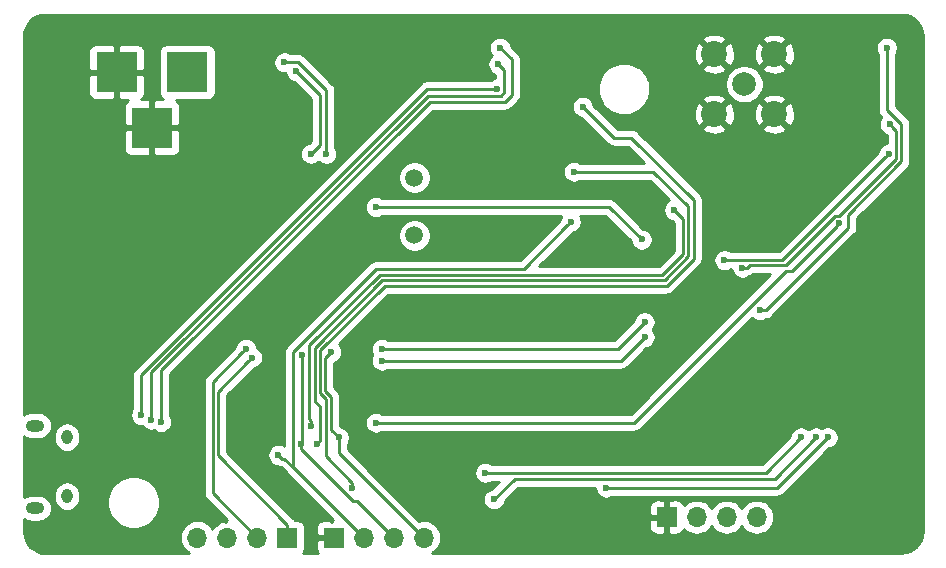
<source format=gbl>
G04 #@! TF.GenerationSoftware,KiCad,Pcbnew,(5.1.2)-2*
G04 #@! TF.CreationDate,2019-11-29T14:03:46+11:00*
G04 #@! TF.ProjectId,BoSL_GSP_Micro,426f534c-5f47-4535-905f-4d6963726f2e,0.3 G_*
G04 #@! TF.SameCoordinates,Original*
G04 #@! TF.FileFunction,Copper,L2,Bot*
G04 #@! TF.FilePolarity,Positive*
%FSLAX46Y46*%
G04 Gerber Fmt 4.6, Leading zero omitted, Abs format (unit mm)*
G04 Created by KiCad (PCBNEW (5.1.2)-2) date 2019-11-29 14:03:46*
%MOMM*%
%LPD*%
G04 APERTURE LIST*
%ADD10C,1.500000*%
%ADD11C,2.200000*%
%ADD12C,2.000000*%
%ADD13R,3.500000X3.500000*%
%ADD14R,1.700000X1.700000*%
%ADD15O,1.700000X1.700000*%
%ADD16O,0.950000X1.250000*%
%ADD17O,1.550000X1.000000*%
%ADD18C,0.600000*%
%ADD19C,0.250000*%
%ADD20C,0.254000*%
G04 APERTURE END LIST*
D10*
X148750000Y-77520000D03*
X148750000Y-82400000D03*
D11*
X174150000Y-67060000D03*
X179230000Y-67060000D03*
X179230000Y-72140000D03*
X174150000Y-72140000D03*
D12*
X176690000Y-69600000D03*
D13*
X129540000Y-68580000D03*
X123540000Y-68580000D03*
X126540000Y-73280000D03*
D14*
X138000000Y-108000000D03*
D15*
X135460000Y-108000000D03*
X132920000Y-108000000D03*
X130380000Y-108000000D03*
D14*
X141920000Y-108000000D03*
D15*
X144460000Y-108000000D03*
X147000000Y-108000000D03*
X149540000Y-108000000D03*
D14*
X170130000Y-106250000D03*
D15*
X172670000Y-106250000D03*
X175210000Y-106250000D03*
X177750000Y-106250000D03*
D16*
X119350000Y-99500000D03*
X119350000Y-104500000D03*
D17*
X116650000Y-98500000D03*
X116650000Y-105500000D03*
D18*
X181500000Y-76000000D03*
X181500000Y-74500000D03*
X181500000Y-73000000D03*
X181500000Y-71500000D03*
X181500000Y-70000000D03*
X186500000Y-76000000D03*
X186500000Y-74500000D03*
X186500000Y-73000000D03*
X186500000Y-71500000D03*
X186500000Y-70000000D03*
X181500000Y-68500000D03*
X186500000Y-68500000D03*
X179500000Y-76000000D03*
X179500000Y-74500000D03*
X174000000Y-74500000D03*
X174000000Y-76000000D03*
X130500000Y-86000000D03*
X118000000Y-86000000D03*
X142000000Y-68500000D03*
X145000000Y-69500000D03*
X135500000Y-69500000D03*
X148500000Y-102500000D03*
X152000000Y-68500000D03*
X163000000Y-68000000D03*
X155000000Y-76500000D03*
X147000000Y-89000000D03*
X137500000Y-94500000D03*
X162000000Y-81249994D03*
X137250000Y-101000000D03*
X174999994Y-84500000D03*
X188924979Y-75500000D03*
X125625000Y-97625000D03*
X155749988Y-69999991D03*
X181500000Y-99500000D03*
X154750000Y-102500000D03*
X183750000Y-99500000D03*
X165000000Y-103750000D03*
X182750000Y-99500000D03*
X155500000Y-104750000D03*
X139249999Y-92500000D03*
X139139284Y-100055010D03*
X137750000Y-67750000D03*
X141300013Y-75500000D03*
X141705000Y-92295000D03*
X142355000Y-99500000D03*
X138750000Y-68500000D03*
X140000004Y-75500000D03*
X168250000Y-91000000D03*
X146000000Y-93000000D03*
X168250000Y-89750000D03*
X146000000Y-91999984D03*
X168000000Y-82750000D03*
X145500000Y-80000000D03*
X134500000Y-92000000D03*
X135000000Y-92750000D03*
X176532958Y-85125010D03*
X189000000Y-73000000D03*
X178000000Y-88750000D03*
X188750000Y-66500000D03*
X145500000Y-98250000D03*
X184750000Y-81375010D03*
X170750000Y-80250000D03*
X140000000Y-98500000D03*
X126500000Y-98000000D03*
X155874990Y-67907715D03*
X156000000Y-66500000D03*
X127299990Y-98193100D03*
X162250000Y-77000000D03*
X140489109Y-100055010D03*
X143500001Y-103749999D03*
X163000000Y-71500000D03*
D19*
X144460000Y-108000000D02*
X138500000Y-102040000D01*
X138500000Y-96154503D02*
X138500000Y-95250000D01*
X138500000Y-102040000D02*
X138500000Y-95250000D01*
X138500000Y-102040000D02*
X138500000Y-101500000D01*
X145500000Y-85250000D02*
X157999994Y-85250000D01*
X157999994Y-85250000D02*
X161700001Y-81549993D01*
X138500000Y-92250000D02*
X145500000Y-85250000D01*
X161700001Y-81549993D02*
X162000000Y-81249994D01*
X138500000Y-95250000D02*
X138500000Y-92250000D01*
X137759999Y-101299999D02*
X138500000Y-102040000D01*
X137549999Y-101299999D02*
X137759999Y-101299999D01*
X137250000Y-101000000D02*
X137549999Y-101299999D01*
X188624980Y-75799999D02*
X188924979Y-75500000D01*
X179924979Y-84500000D02*
X188624980Y-75799999D01*
X174999994Y-84500000D02*
X179924979Y-84500000D01*
X125625000Y-97625000D02*
X125625000Y-94238589D01*
X125625000Y-94238589D02*
X149863598Y-69999991D01*
X155325724Y-69999991D02*
X155749988Y-69999991D01*
X149863598Y-69999991D02*
X155325724Y-69999991D01*
X181500000Y-99500000D02*
X178500000Y-102500000D01*
X178500000Y-102500000D02*
X154750000Y-102500000D01*
X183750000Y-99500000D02*
X179500000Y-103750000D01*
X179500000Y-103750000D02*
X165000000Y-103750000D01*
X182750000Y-99500000D02*
X179250000Y-103000000D01*
X179250000Y-103000000D02*
X157250000Y-103000000D01*
X157250000Y-103000000D02*
X155500000Y-104750000D01*
X147000000Y-108000000D02*
X143875002Y-104875002D01*
X139139284Y-100479274D02*
X139139284Y-100055010D01*
X143535012Y-104875002D02*
X139139284Y-100479274D01*
X139249999Y-99944295D02*
X139139284Y-100055010D01*
X139249999Y-92500000D02*
X139249999Y-99944295D01*
X143875002Y-104875002D02*
X143535012Y-104875002D01*
X138925002Y-67750000D02*
X141300013Y-70125011D01*
X141300013Y-70125011D02*
X141300013Y-75075736D01*
X137750000Y-67750000D02*
X138925002Y-67750000D01*
X141300013Y-75075736D02*
X141300013Y-75500000D01*
X141700009Y-96063599D02*
X141225031Y-95588621D01*
X141225031Y-92774969D02*
X141705000Y-92295000D01*
X141225031Y-95588621D02*
X141225031Y-92774969D01*
X141700009Y-97950009D02*
X141700009Y-97799991D01*
X141700009Y-97799991D02*
X141700009Y-96063599D01*
X141700009Y-98845009D02*
X142355000Y-99500000D01*
X141700009Y-97799991D02*
X141700009Y-98845009D01*
X142355000Y-100815000D02*
X142355000Y-99500000D01*
X149540000Y-108000000D02*
X142355000Y-100815000D01*
X140750000Y-74750004D02*
X140000004Y-75500000D01*
X138750000Y-68500000D02*
X140750000Y-70500000D01*
X140750000Y-70500000D02*
X140750000Y-74750004D01*
X146424264Y-93000000D02*
X146000000Y-93000000D01*
X166250000Y-93000000D02*
X146424264Y-93000000D01*
X168250000Y-91000000D02*
X166250000Y-93000000D01*
X146424264Y-91999984D02*
X146000000Y-91999984D01*
X168250000Y-89750000D02*
X166000016Y-91999984D01*
X166000016Y-91999984D02*
X146424264Y-91999984D01*
X165250000Y-80000000D02*
X145924264Y-80000000D01*
X168000000Y-82750000D02*
X165250000Y-80000000D01*
X145924264Y-80000000D02*
X145500000Y-80000000D01*
X131674989Y-104214989D02*
X131674989Y-94825011D01*
X134200001Y-92299999D02*
X134500000Y-92000000D01*
X131674989Y-94825011D02*
X134200001Y-92299999D01*
X135460000Y-108000000D02*
X131674989Y-104214989D01*
X138000000Y-106900000D02*
X132124999Y-101024999D01*
X132124999Y-101024999D02*
X132124999Y-95625001D01*
X134700001Y-93049999D02*
X135000000Y-92750000D01*
X132124999Y-95625001D02*
X134700001Y-93049999D01*
X138000000Y-108000000D02*
X138000000Y-106900000D01*
X189549989Y-75950011D02*
X189549989Y-73549989D01*
X189299999Y-73299999D02*
X189000000Y-73000000D01*
X180186400Y-84950011D02*
X184386410Y-80750000D01*
X176532958Y-85125010D02*
X176957222Y-85125010D01*
X189549989Y-73549989D02*
X189299999Y-73299999D01*
X184750000Y-80750000D02*
X189549989Y-75950011D01*
X176957222Y-85125010D02*
X177132221Y-84950011D01*
X184386410Y-80750000D02*
X184750000Y-80750000D01*
X177132221Y-84950011D02*
X180186400Y-84950011D01*
X188750000Y-71750000D02*
X188750000Y-66500000D01*
X190000000Y-73000000D02*
X188750000Y-71750000D01*
X190000000Y-76136410D02*
X190000000Y-73000000D01*
X185500000Y-80636410D02*
X190000000Y-76136410D01*
X178500000Y-88750000D02*
X185500000Y-81750000D01*
X178000000Y-88750000D02*
X178500000Y-88750000D01*
X185500000Y-81750000D02*
X185500000Y-80636410D01*
X145500000Y-98250000D02*
X167375010Y-98250000D01*
X167375010Y-98250000D02*
X180224988Y-85400022D01*
X180224988Y-85400022D02*
X180724988Y-85400022D01*
X184450001Y-81675009D02*
X184750000Y-81375010D01*
X180724988Y-85400022D02*
X184450001Y-81675009D01*
X140000000Y-98075736D02*
X140000000Y-98500000D01*
X171500000Y-81000000D02*
X171500000Y-84000000D01*
X139874999Y-97950735D02*
X140000000Y-98075736D01*
X170750000Y-80250000D02*
X171500000Y-81000000D01*
X171500000Y-84000000D02*
X169750000Y-85750000D01*
X169750000Y-85750000D02*
X145824998Y-85750000D01*
X145824998Y-85750000D02*
X139874999Y-91699999D01*
X139874999Y-91699999D02*
X139874999Y-97950735D01*
X156374998Y-68407723D02*
X155874990Y-67907715D01*
X126500000Y-94000000D02*
X149874999Y-70625001D01*
X126500000Y-98000000D02*
X126500000Y-94000000D01*
X156050001Y-70625001D02*
X156050001Y-70624999D01*
X149874999Y-70625001D02*
X156050001Y-70625001D01*
X156050001Y-70624999D02*
X156374998Y-70300002D01*
X156374998Y-70300002D02*
X156374998Y-68407723D01*
X157000000Y-67500000D02*
X157000000Y-70500000D01*
X127299990Y-93836420D02*
X127299990Y-97768836D01*
X127299990Y-97768836D02*
X127299990Y-98193100D01*
X150061399Y-71075011D02*
X127299990Y-93836420D01*
X156424989Y-71075011D02*
X150061399Y-71075011D01*
X157000000Y-70500000D02*
X156424989Y-71075011D01*
X156000000Y-66500000D02*
X157000000Y-67500000D01*
X140325010Y-91924989D02*
X140325010Y-96450009D01*
X169000000Y-77000000D02*
X171950011Y-79950011D01*
X171950011Y-79950011D02*
X171950011Y-84186400D01*
X171950011Y-84186400D02*
X169936400Y-86200011D01*
X162250000Y-77000000D02*
X169000000Y-77000000D01*
X169936400Y-86200011D02*
X146049988Y-86200011D01*
X146049988Y-86200011D02*
X140325010Y-91924989D01*
X140789108Y-99755011D02*
X140489109Y-100055010D01*
X140789108Y-96914107D02*
X140789108Y-99755011D01*
X140325010Y-96450009D02*
X140789108Y-96914107D01*
X143500001Y-103325735D02*
X143500001Y-103749999D01*
X141250000Y-101075734D02*
X143500001Y-103325735D01*
X140775021Y-95775021D02*
X141250000Y-96250000D01*
X140775021Y-92111389D02*
X140775021Y-95775021D01*
X163000000Y-71500000D02*
X165625000Y-74125000D01*
X167125000Y-74125000D02*
X172400022Y-79400022D01*
X165625000Y-74125000D02*
X167125000Y-74125000D01*
X172400022Y-84372800D02*
X170122800Y-86650022D01*
X141250000Y-96250000D02*
X141250000Y-101075734D01*
X146236388Y-86650022D02*
X140775021Y-92111389D01*
X172400022Y-79400022D02*
X172400022Y-84372800D01*
X170122800Y-86650022D02*
X146236388Y-86650022D01*
D20*
G36*
X190347018Y-63747430D02*
G01*
X190680819Y-63848211D01*
X190988687Y-64011907D01*
X191258896Y-64232284D01*
X191481157Y-64500952D01*
X191646995Y-64807663D01*
X191750104Y-65140753D01*
X191790000Y-65520341D01*
X191790001Y-107465270D01*
X191752571Y-107847016D01*
X191651789Y-108180818D01*
X191488093Y-108488687D01*
X191267716Y-108758897D01*
X190999052Y-108981154D01*
X190692337Y-109146995D01*
X190359246Y-109250104D01*
X189979659Y-109290000D01*
X150276791Y-109290000D01*
X150369014Y-109240706D01*
X150595134Y-109055134D01*
X150780706Y-108829014D01*
X150918599Y-108571034D01*
X151003513Y-108291111D01*
X151032185Y-108000000D01*
X151003513Y-107708889D01*
X150918599Y-107428966D01*
X150780706Y-107170986D01*
X150722450Y-107100000D01*
X168641928Y-107100000D01*
X168654188Y-107224482D01*
X168690498Y-107344180D01*
X168749463Y-107454494D01*
X168828815Y-107551185D01*
X168925506Y-107630537D01*
X169035820Y-107689502D01*
X169155518Y-107725812D01*
X169280000Y-107738072D01*
X169844250Y-107735000D01*
X170003000Y-107576250D01*
X170003000Y-106377000D01*
X168803750Y-106377000D01*
X168645000Y-106535750D01*
X168641928Y-107100000D01*
X150722450Y-107100000D01*
X150595134Y-106944866D01*
X150369014Y-106759294D01*
X150111034Y-106621401D01*
X149831111Y-106536487D01*
X149612950Y-106515000D01*
X149467050Y-106515000D01*
X149248889Y-106536487D01*
X149174005Y-106559203D01*
X145022713Y-102407911D01*
X153815000Y-102407911D01*
X153815000Y-102592089D01*
X153850932Y-102772729D01*
X153921414Y-102942889D01*
X154023738Y-103096028D01*
X154153972Y-103226262D01*
X154307111Y-103328586D01*
X154477271Y-103399068D01*
X154657911Y-103435000D01*
X154842089Y-103435000D01*
X155022729Y-103399068D01*
X155192889Y-103328586D01*
X155295535Y-103260000D01*
X155915198Y-103260000D01*
X155348351Y-103826847D01*
X155227271Y-103850932D01*
X155057111Y-103921414D01*
X154903972Y-104023738D01*
X154773738Y-104153972D01*
X154671414Y-104307111D01*
X154600932Y-104477271D01*
X154565000Y-104657911D01*
X154565000Y-104842089D01*
X154600932Y-105022729D01*
X154671414Y-105192889D01*
X154773738Y-105346028D01*
X154903972Y-105476262D01*
X155057111Y-105578586D01*
X155227271Y-105649068D01*
X155407911Y-105685000D01*
X155592089Y-105685000D01*
X155772729Y-105649068D01*
X155942889Y-105578586D01*
X156096028Y-105476262D01*
X156172290Y-105400000D01*
X168641928Y-105400000D01*
X168645000Y-105964250D01*
X168803750Y-106123000D01*
X170003000Y-106123000D01*
X170003000Y-104923750D01*
X170257000Y-104923750D01*
X170257000Y-106123000D01*
X170277000Y-106123000D01*
X170277000Y-106377000D01*
X170257000Y-106377000D01*
X170257000Y-107576250D01*
X170415750Y-107735000D01*
X170980000Y-107738072D01*
X171104482Y-107725812D01*
X171224180Y-107689502D01*
X171334494Y-107630537D01*
X171431185Y-107551185D01*
X171510537Y-107454494D01*
X171569502Y-107344180D01*
X171590393Y-107275313D01*
X171614866Y-107305134D01*
X171840986Y-107490706D01*
X172098966Y-107628599D01*
X172378889Y-107713513D01*
X172597050Y-107735000D01*
X172742950Y-107735000D01*
X172961111Y-107713513D01*
X173241034Y-107628599D01*
X173499014Y-107490706D01*
X173725134Y-107305134D01*
X173910706Y-107079014D01*
X173940000Y-107024209D01*
X173969294Y-107079014D01*
X174154866Y-107305134D01*
X174380986Y-107490706D01*
X174638966Y-107628599D01*
X174918889Y-107713513D01*
X175137050Y-107735000D01*
X175282950Y-107735000D01*
X175501111Y-107713513D01*
X175781034Y-107628599D01*
X176039014Y-107490706D01*
X176265134Y-107305134D01*
X176450706Y-107079014D01*
X176480000Y-107024209D01*
X176509294Y-107079014D01*
X176694866Y-107305134D01*
X176920986Y-107490706D01*
X177178966Y-107628599D01*
X177458889Y-107713513D01*
X177677050Y-107735000D01*
X177822950Y-107735000D01*
X178041111Y-107713513D01*
X178321034Y-107628599D01*
X178579014Y-107490706D01*
X178805134Y-107305134D01*
X178990706Y-107079014D01*
X179128599Y-106821034D01*
X179213513Y-106541111D01*
X179242185Y-106250000D01*
X179213513Y-105958889D01*
X179128599Y-105678966D01*
X178990706Y-105420986D01*
X178805134Y-105194866D01*
X178579014Y-105009294D01*
X178321034Y-104871401D01*
X178041111Y-104786487D01*
X177822950Y-104765000D01*
X177677050Y-104765000D01*
X177458889Y-104786487D01*
X177178966Y-104871401D01*
X176920986Y-105009294D01*
X176694866Y-105194866D01*
X176509294Y-105420986D01*
X176480000Y-105475791D01*
X176450706Y-105420986D01*
X176265134Y-105194866D01*
X176039014Y-105009294D01*
X175781034Y-104871401D01*
X175501111Y-104786487D01*
X175282950Y-104765000D01*
X175137050Y-104765000D01*
X174918889Y-104786487D01*
X174638966Y-104871401D01*
X174380986Y-105009294D01*
X174154866Y-105194866D01*
X173969294Y-105420986D01*
X173940000Y-105475791D01*
X173910706Y-105420986D01*
X173725134Y-105194866D01*
X173499014Y-105009294D01*
X173241034Y-104871401D01*
X172961111Y-104786487D01*
X172742950Y-104765000D01*
X172597050Y-104765000D01*
X172378889Y-104786487D01*
X172098966Y-104871401D01*
X171840986Y-105009294D01*
X171614866Y-105194866D01*
X171590393Y-105224687D01*
X171569502Y-105155820D01*
X171510537Y-105045506D01*
X171431185Y-104948815D01*
X171334494Y-104869463D01*
X171224180Y-104810498D01*
X171104482Y-104774188D01*
X170980000Y-104761928D01*
X170415750Y-104765000D01*
X170257000Y-104923750D01*
X170003000Y-104923750D01*
X169844250Y-104765000D01*
X169280000Y-104761928D01*
X169155518Y-104774188D01*
X169035820Y-104810498D01*
X168925506Y-104869463D01*
X168828815Y-104948815D01*
X168749463Y-105045506D01*
X168690498Y-105155820D01*
X168654188Y-105275518D01*
X168641928Y-105400000D01*
X156172290Y-105400000D01*
X156226262Y-105346028D01*
X156328586Y-105192889D01*
X156399068Y-105022729D01*
X156423153Y-104901649D01*
X157564802Y-103760000D01*
X164065000Y-103760000D01*
X164065000Y-103842089D01*
X164100932Y-104022729D01*
X164171414Y-104192889D01*
X164273738Y-104346028D01*
X164403972Y-104476262D01*
X164557111Y-104578586D01*
X164727271Y-104649068D01*
X164907911Y-104685000D01*
X165092089Y-104685000D01*
X165272729Y-104649068D01*
X165442889Y-104578586D01*
X165545535Y-104510000D01*
X179462678Y-104510000D01*
X179500000Y-104513676D01*
X179537322Y-104510000D01*
X179537333Y-104510000D01*
X179648986Y-104499003D01*
X179792247Y-104455546D01*
X179924276Y-104384974D01*
X180040001Y-104290001D01*
X180063804Y-104260997D01*
X183901649Y-100423153D01*
X184022729Y-100399068D01*
X184192889Y-100328586D01*
X184346028Y-100226262D01*
X184476262Y-100096028D01*
X184578586Y-99942889D01*
X184649068Y-99772729D01*
X184685000Y-99592089D01*
X184685000Y-99407911D01*
X184649068Y-99227271D01*
X184578586Y-99057111D01*
X184476262Y-98903972D01*
X184346028Y-98773738D01*
X184192889Y-98671414D01*
X184022729Y-98600932D01*
X183842089Y-98565000D01*
X183657911Y-98565000D01*
X183477271Y-98600932D01*
X183307111Y-98671414D01*
X183250000Y-98709574D01*
X183192889Y-98671414D01*
X183022729Y-98600932D01*
X182842089Y-98565000D01*
X182657911Y-98565000D01*
X182477271Y-98600932D01*
X182307111Y-98671414D01*
X182153972Y-98773738D01*
X182125000Y-98802710D01*
X182096028Y-98773738D01*
X181942889Y-98671414D01*
X181772729Y-98600932D01*
X181592089Y-98565000D01*
X181407911Y-98565000D01*
X181227271Y-98600932D01*
X181057111Y-98671414D01*
X180903972Y-98773738D01*
X180773738Y-98903972D01*
X180671414Y-99057111D01*
X180600932Y-99227271D01*
X180576847Y-99348351D01*
X178185199Y-101740000D01*
X155295535Y-101740000D01*
X155192889Y-101671414D01*
X155022729Y-101600932D01*
X154842089Y-101565000D01*
X154657911Y-101565000D01*
X154477271Y-101600932D01*
X154307111Y-101671414D01*
X154153972Y-101773738D01*
X154023738Y-101903972D01*
X153921414Y-102057111D01*
X153850932Y-102227271D01*
X153815000Y-102407911D01*
X145022713Y-102407911D01*
X143115000Y-100500199D01*
X143115000Y-100045535D01*
X143183586Y-99942889D01*
X143254068Y-99772729D01*
X143290000Y-99592089D01*
X143290000Y-99407911D01*
X143254068Y-99227271D01*
X143183586Y-99057111D01*
X143081262Y-98903972D01*
X142951028Y-98773738D01*
X142797889Y-98671414D01*
X142627729Y-98600932D01*
X142506649Y-98576847D01*
X142460009Y-98530208D01*
X142460009Y-98157911D01*
X144565000Y-98157911D01*
X144565000Y-98342089D01*
X144600932Y-98522729D01*
X144671414Y-98692889D01*
X144773738Y-98846028D01*
X144903972Y-98976262D01*
X145057111Y-99078586D01*
X145227271Y-99149068D01*
X145407911Y-99185000D01*
X145592089Y-99185000D01*
X145772729Y-99149068D01*
X145942889Y-99078586D01*
X146045535Y-99010000D01*
X167337688Y-99010000D01*
X167375010Y-99013676D01*
X167412332Y-99010000D01*
X167412343Y-99010000D01*
X167523996Y-98999003D01*
X167667257Y-98955546D01*
X167799286Y-98884974D01*
X167915011Y-98790001D01*
X167938814Y-98760997D01*
X177313761Y-89386051D01*
X177403972Y-89476262D01*
X177557111Y-89578586D01*
X177727271Y-89649068D01*
X177907911Y-89685000D01*
X178092089Y-89685000D01*
X178272729Y-89649068D01*
X178442889Y-89578586D01*
X178546954Y-89509052D01*
X178648986Y-89499003D01*
X178792247Y-89455546D01*
X178924276Y-89384974D01*
X179040001Y-89290001D01*
X179063804Y-89260997D01*
X186011004Y-82313798D01*
X186040001Y-82290001D01*
X186082014Y-82238808D01*
X186134974Y-82174277D01*
X186205546Y-82042247D01*
X186205546Y-82042246D01*
X186249003Y-81898986D01*
X186260000Y-81787333D01*
X186260000Y-81787323D01*
X186263676Y-81750000D01*
X186260000Y-81712677D01*
X186260000Y-80951211D01*
X190511004Y-76700208D01*
X190540001Y-76676411D01*
X190572251Y-76637114D01*
X190634974Y-76560687D01*
X190705546Y-76428657D01*
X190713034Y-76403972D01*
X190749003Y-76285396D01*
X190760000Y-76173743D01*
X190760000Y-76173734D01*
X190763676Y-76136411D01*
X190760000Y-76099088D01*
X190760000Y-73037323D01*
X190763676Y-73000000D01*
X190760000Y-72962677D01*
X190760000Y-72962667D01*
X190749003Y-72851014D01*
X190705546Y-72707753D01*
X190644985Y-72594453D01*
X190634974Y-72575723D01*
X190563799Y-72488997D01*
X190540001Y-72459999D01*
X190511003Y-72436201D01*
X189510000Y-71435199D01*
X189510000Y-67045535D01*
X189578586Y-66942889D01*
X189649068Y-66772729D01*
X189685000Y-66592089D01*
X189685000Y-66407911D01*
X189649068Y-66227271D01*
X189578586Y-66057111D01*
X189476262Y-65903972D01*
X189346028Y-65773738D01*
X189192889Y-65671414D01*
X189022729Y-65600932D01*
X188842089Y-65565000D01*
X188657911Y-65565000D01*
X188477271Y-65600932D01*
X188307111Y-65671414D01*
X188153972Y-65773738D01*
X188023738Y-65903972D01*
X187921414Y-66057111D01*
X187850932Y-66227271D01*
X187815000Y-66407911D01*
X187815000Y-66592089D01*
X187850932Y-66772729D01*
X187921414Y-66942889D01*
X187990001Y-67045537D01*
X187990000Y-71712677D01*
X187986324Y-71750000D01*
X187990000Y-71787322D01*
X187990000Y-71787332D01*
X188000997Y-71898985D01*
X188044454Y-72042246D01*
X188115026Y-72174276D01*
X188154871Y-72222826D01*
X188209999Y-72290001D01*
X188239003Y-72313804D01*
X188301454Y-72376256D01*
X188273738Y-72403972D01*
X188171414Y-72557111D01*
X188100932Y-72727271D01*
X188065000Y-72907911D01*
X188065000Y-73092089D01*
X188100932Y-73272729D01*
X188171414Y-73442889D01*
X188273738Y-73596028D01*
X188403972Y-73726262D01*
X188557111Y-73828586D01*
X188727271Y-73899068D01*
X188789990Y-73911544D01*
X188789990Y-74573534D01*
X188652250Y-74600932D01*
X188482090Y-74671414D01*
X188328951Y-74773738D01*
X188198717Y-74903972D01*
X188096393Y-75057111D01*
X188025911Y-75227271D01*
X188001827Y-75348349D01*
X179610178Y-83740000D01*
X175545529Y-83740000D01*
X175442883Y-83671414D01*
X175272723Y-83600932D01*
X175092083Y-83565000D01*
X174907905Y-83565000D01*
X174727265Y-83600932D01*
X174557105Y-83671414D01*
X174403966Y-83773738D01*
X174273732Y-83903972D01*
X174171408Y-84057111D01*
X174100926Y-84227271D01*
X174064994Y-84407911D01*
X174064994Y-84592089D01*
X174100926Y-84772729D01*
X174171408Y-84942889D01*
X174273732Y-85096028D01*
X174403966Y-85226262D01*
X174557105Y-85328586D01*
X174727265Y-85399068D01*
X174907905Y-85435000D01*
X175092083Y-85435000D01*
X175272723Y-85399068D01*
X175442883Y-85328586D01*
X175545529Y-85260000D01*
X175606492Y-85260000D01*
X175633890Y-85397739D01*
X175704372Y-85567899D01*
X175806696Y-85721038D01*
X175936930Y-85851272D01*
X176090069Y-85953596D01*
X176260229Y-86024078D01*
X176440869Y-86060010D01*
X176625047Y-86060010D01*
X176805687Y-86024078D01*
X176975847Y-85953596D01*
X177093006Y-85875313D01*
X177106208Y-85874013D01*
X177249469Y-85830556D01*
X177381498Y-85759984D01*
X177442390Y-85710011D01*
X178840197Y-85710011D01*
X167060209Y-97490000D01*
X146045535Y-97490000D01*
X145942889Y-97421414D01*
X145772729Y-97350932D01*
X145592089Y-97315000D01*
X145407911Y-97315000D01*
X145227271Y-97350932D01*
X145057111Y-97421414D01*
X144903972Y-97523738D01*
X144773738Y-97653972D01*
X144671414Y-97807111D01*
X144600932Y-97977271D01*
X144565000Y-98157911D01*
X142460009Y-98157911D01*
X142460009Y-96100921D01*
X142463685Y-96063598D01*
X142460009Y-96026275D01*
X142460009Y-96026266D01*
X142449012Y-95914613D01*
X142405555Y-95771352D01*
X142334983Y-95639323D01*
X142240010Y-95523598D01*
X142211006Y-95499795D01*
X141985031Y-95273820D01*
X141985031Y-93191043D01*
X142147889Y-93123586D01*
X142301028Y-93021262D01*
X142431262Y-92891028D01*
X142533586Y-92737889D01*
X142604068Y-92567729D01*
X142640000Y-92387089D01*
X142640000Y-92202911D01*
X142604068Y-92022271D01*
X142556693Y-91907895D01*
X145065000Y-91907895D01*
X145065000Y-92092073D01*
X145100932Y-92272713D01*
X145171414Y-92442873D01*
X145209580Y-92499992D01*
X145171414Y-92557111D01*
X145100932Y-92727271D01*
X145065000Y-92907911D01*
X145065000Y-93092089D01*
X145100932Y-93272729D01*
X145171414Y-93442889D01*
X145273738Y-93596028D01*
X145403972Y-93726262D01*
X145557111Y-93828586D01*
X145727271Y-93899068D01*
X145907911Y-93935000D01*
X146092089Y-93935000D01*
X146272729Y-93899068D01*
X146442889Y-93828586D01*
X146545535Y-93760000D01*
X166212678Y-93760000D01*
X166250000Y-93763676D01*
X166287322Y-93760000D01*
X166287333Y-93760000D01*
X166398986Y-93749003D01*
X166542247Y-93705546D01*
X166674276Y-93634974D01*
X166790001Y-93540001D01*
X166813804Y-93510997D01*
X168401649Y-91923153D01*
X168522729Y-91899068D01*
X168692889Y-91828586D01*
X168846028Y-91726262D01*
X168976262Y-91596028D01*
X169078586Y-91442889D01*
X169149068Y-91272729D01*
X169185000Y-91092089D01*
X169185000Y-90907911D01*
X169149068Y-90727271D01*
X169078586Y-90557111D01*
X168976262Y-90403972D01*
X168947290Y-90375000D01*
X168976262Y-90346028D01*
X169078586Y-90192889D01*
X169149068Y-90022729D01*
X169185000Y-89842089D01*
X169185000Y-89657911D01*
X169149068Y-89477271D01*
X169078586Y-89307111D01*
X168976262Y-89153972D01*
X168846028Y-89023738D01*
X168692889Y-88921414D01*
X168522729Y-88850932D01*
X168342089Y-88815000D01*
X168157911Y-88815000D01*
X167977271Y-88850932D01*
X167807111Y-88921414D01*
X167653972Y-89023738D01*
X167523738Y-89153972D01*
X167421414Y-89307111D01*
X167350932Y-89477271D01*
X167326847Y-89598351D01*
X165685215Y-91239984D01*
X146545535Y-91239984D01*
X146442889Y-91171398D01*
X146272729Y-91100916D01*
X146092089Y-91064984D01*
X145907911Y-91064984D01*
X145727271Y-91100916D01*
X145557111Y-91171398D01*
X145403972Y-91273722D01*
X145273738Y-91403956D01*
X145171414Y-91557095D01*
X145100932Y-91727255D01*
X145065000Y-91907895D01*
X142556693Y-91907895D01*
X142533586Y-91852111D01*
X142431262Y-91698972D01*
X142346751Y-91614461D01*
X146551190Y-87410022D01*
X170085478Y-87410022D01*
X170122800Y-87413698D01*
X170160122Y-87410022D01*
X170160133Y-87410022D01*
X170271786Y-87399025D01*
X170415047Y-87355568D01*
X170547076Y-87284996D01*
X170662801Y-87190023D01*
X170686604Y-87161019D01*
X172911025Y-84936599D01*
X172940023Y-84912801D01*
X173034996Y-84797076D01*
X173105568Y-84665047D01*
X173149025Y-84521786D01*
X173160022Y-84410133D01*
X173160022Y-84410124D01*
X173163698Y-84372801D01*
X173160022Y-84335478D01*
X173160022Y-79437347D01*
X173163698Y-79400022D01*
X173160022Y-79362697D01*
X173160022Y-79362689D01*
X173149025Y-79251036D01*
X173105568Y-79107775D01*
X173034996Y-78975746D01*
X172940023Y-78860021D01*
X172911026Y-78836224D01*
X167688804Y-73614003D01*
X167665001Y-73584999D01*
X167549276Y-73490026D01*
X167417247Y-73419454D01*
X167273986Y-73375997D01*
X167162333Y-73365000D01*
X167162322Y-73365000D01*
X167125000Y-73361324D01*
X167087678Y-73365000D01*
X165939802Y-73365000D01*
X165921514Y-73346712D01*
X173122893Y-73346712D01*
X173230726Y-73621338D01*
X173537384Y-73772216D01*
X173867585Y-73860369D01*
X174208639Y-73882409D01*
X174547439Y-73837489D01*
X174870966Y-73727336D01*
X175069274Y-73621338D01*
X175177107Y-73346712D01*
X178202893Y-73346712D01*
X178310726Y-73621338D01*
X178617384Y-73772216D01*
X178947585Y-73860369D01*
X179288639Y-73882409D01*
X179627439Y-73837489D01*
X179950966Y-73727336D01*
X180149274Y-73621338D01*
X180257107Y-73346712D01*
X179230000Y-72319605D01*
X178202893Y-73346712D01*
X175177107Y-73346712D01*
X174150000Y-72319605D01*
X173122893Y-73346712D01*
X165921514Y-73346712D01*
X163923153Y-71348352D01*
X163899068Y-71227271D01*
X163828586Y-71057111D01*
X163726262Y-70903972D01*
X163596028Y-70773738D01*
X163442889Y-70671414D01*
X163272729Y-70600932D01*
X163092089Y-70565000D01*
X162907911Y-70565000D01*
X162727271Y-70600932D01*
X162557111Y-70671414D01*
X162403972Y-70773738D01*
X162273738Y-70903972D01*
X162171414Y-71057111D01*
X162100932Y-71227271D01*
X162065000Y-71407911D01*
X162065000Y-71592089D01*
X162100932Y-71772729D01*
X162171414Y-71942889D01*
X162273738Y-72096028D01*
X162403972Y-72226262D01*
X162557111Y-72328586D01*
X162727271Y-72399068D01*
X162848352Y-72423153D01*
X165061200Y-74636002D01*
X165084999Y-74665001D01*
X165113997Y-74688799D01*
X165200724Y-74759974D01*
X165332753Y-74830546D01*
X165476014Y-74874003D01*
X165625000Y-74888677D01*
X165662333Y-74885000D01*
X166810199Y-74885000D01*
X168165199Y-76240000D01*
X162795535Y-76240000D01*
X162692889Y-76171414D01*
X162522729Y-76100932D01*
X162342089Y-76065000D01*
X162157911Y-76065000D01*
X161977271Y-76100932D01*
X161807111Y-76171414D01*
X161653972Y-76273738D01*
X161523738Y-76403972D01*
X161421414Y-76557111D01*
X161350932Y-76727271D01*
X161315000Y-76907911D01*
X161315000Y-77092089D01*
X161350932Y-77272729D01*
X161421414Y-77442889D01*
X161523738Y-77596028D01*
X161653972Y-77726262D01*
X161807111Y-77828586D01*
X161977271Y-77899068D01*
X162157911Y-77935000D01*
X162342089Y-77935000D01*
X162522729Y-77899068D01*
X162692889Y-77828586D01*
X162795535Y-77760000D01*
X168685199Y-77760000D01*
X170335043Y-79409844D01*
X170307111Y-79421414D01*
X170153972Y-79523738D01*
X170023738Y-79653972D01*
X169921414Y-79807111D01*
X169850932Y-79977271D01*
X169815000Y-80157911D01*
X169815000Y-80342089D01*
X169850932Y-80522729D01*
X169921414Y-80692889D01*
X170023738Y-80846028D01*
X170153972Y-80976262D01*
X170307111Y-81078586D01*
X170477271Y-81149068D01*
X170598351Y-81173153D01*
X170740000Y-81314802D01*
X170740001Y-83685197D01*
X169435199Y-84990000D01*
X159334795Y-84990000D01*
X162151649Y-82173147D01*
X162272729Y-82149062D01*
X162442889Y-82078580D01*
X162596028Y-81976256D01*
X162726262Y-81846022D01*
X162828586Y-81692883D01*
X162899068Y-81522723D01*
X162935000Y-81342083D01*
X162935000Y-81157905D01*
X162899068Y-80977265D01*
X162828586Y-80807105D01*
X162797112Y-80760000D01*
X164935199Y-80760000D01*
X167076847Y-82901649D01*
X167100932Y-83022729D01*
X167171414Y-83192889D01*
X167273738Y-83346028D01*
X167403972Y-83476262D01*
X167557111Y-83578586D01*
X167727271Y-83649068D01*
X167907911Y-83685000D01*
X168092089Y-83685000D01*
X168272729Y-83649068D01*
X168442889Y-83578586D01*
X168596028Y-83476262D01*
X168726262Y-83346028D01*
X168828586Y-83192889D01*
X168899068Y-83022729D01*
X168935000Y-82842089D01*
X168935000Y-82657911D01*
X168899068Y-82477271D01*
X168828586Y-82307111D01*
X168726262Y-82153972D01*
X168596028Y-82023738D01*
X168442889Y-81921414D01*
X168272729Y-81850932D01*
X168151649Y-81826847D01*
X165813804Y-79489003D01*
X165790001Y-79459999D01*
X165674276Y-79365026D01*
X165542247Y-79294454D01*
X165398986Y-79250997D01*
X165287333Y-79240000D01*
X165287322Y-79240000D01*
X165250000Y-79236324D01*
X165212678Y-79240000D01*
X146045535Y-79240000D01*
X145942889Y-79171414D01*
X145772729Y-79100932D01*
X145592089Y-79065000D01*
X145407911Y-79065000D01*
X145227271Y-79100932D01*
X145057111Y-79171414D01*
X144903972Y-79273738D01*
X144773738Y-79403972D01*
X144671414Y-79557111D01*
X144600932Y-79727271D01*
X144565000Y-79907911D01*
X144565000Y-80092089D01*
X144600932Y-80272729D01*
X144671414Y-80442889D01*
X144773738Y-80596028D01*
X144903972Y-80726262D01*
X145057111Y-80828586D01*
X145227271Y-80899068D01*
X145407911Y-80935000D01*
X145592089Y-80935000D01*
X145772729Y-80899068D01*
X145942889Y-80828586D01*
X146045535Y-80760000D01*
X161202888Y-80760000D01*
X161171414Y-80807105D01*
X161100932Y-80977265D01*
X161076847Y-81098345D01*
X157685193Y-84490000D01*
X145537323Y-84490000D01*
X145500000Y-84486324D01*
X145462677Y-84490000D01*
X145462667Y-84490000D01*
X145351014Y-84500997D01*
X145222433Y-84540001D01*
X145207753Y-84544454D01*
X145075723Y-84615026D01*
X145023646Y-84657765D01*
X144959999Y-84709999D01*
X144936201Y-84738997D01*
X137988998Y-91686201D01*
X137960000Y-91709999D01*
X137936202Y-91738997D01*
X137936201Y-91738998D01*
X137865026Y-91825724D01*
X137794454Y-91957754D01*
X137781337Y-92000997D01*
X137753706Y-92092089D01*
X137750998Y-92101015D01*
X137736324Y-92250000D01*
X137740001Y-92287332D01*
X137740000Y-95212667D01*
X137740000Y-96191835D01*
X137740001Y-96191844D01*
X137740000Y-100202893D01*
X137692889Y-100171414D01*
X137522729Y-100100932D01*
X137342089Y-100065000D01*
X137157911Y-100065000D01*
X136977271Y-100100932D01*
X136807111Y-100171414D01*
X136653972Y-100273738D01*
X136523738Y-100403972D01*
X136421414Y-100557111D01*
X136350932Y-100727271D01*
X136315000Y-100907911D01*
X136315000Y-101092089D01*
X136350932Y-101272729D01*
X136421414Y-101442889D01*
X136523738Y-101596028D01*
X136653972Y-101726262D01*
X136807111Y-101828586D01*
X136977271Y-101899068D01*
X137115469Y-101926558D01*
X137125723Y-101934973D01*
X137257752Y-102005545D01*
X137401013Y-102049002D01*
X137437826Y-102052628D01*
X137936206Y-102551009D01*
X137959999Y-102580001D01*
X137988992Y-102603795D01*
X137988996Y-102603799D01*
X137989007Y-102603808D01*
X141900198Y-106515000D01*
X141792998Y-106515000D01*
X141792998Y-106673748D01*
X141634250Y-106515000D01*
X141070000Y-106511928D01*
X140945518Y-106524188D01*
X140825820Y-106560498D01*
X140715506Y-106619463D01*
X140618815Y-106698815D01*
X140539463Y-106795506D01*
X140480498Y-106905820D01*
X140444188Y-107025518D01*
X140431928Y-107150000D01*
X140435000Y-107714250D01*
X140593750Y-107873000D01*
X141793000Y-107873000D01*
X141793000Y-107853000D01*
X142047000Y-107853000D01*
X142047000Y-107873000D01*
X142067000Y-107873000D01*
X142067000Y-108127000D01*
X142047000Y-108127000D01*
X142047000Y-108147000D01*
X141793000Y-108147000D01*
X141793000Y-108127000D01*
X140593750Y-108127000D01*
X140435000Y-108285750D01*
X140431928Y-108850000D01*
X140444188Y-108974482D01*
X140480498Y-109094180D01*
X140539463Y-109204494D01*
X140609636Y-109290000D01*
X139310364Y-109290000D01*
X139380537Y-109204494D01*
X139439502Y-109094180D01*
X139475812Y-108974482D01*
X139488072Y-108850000D01*
X139488072Y-107150000D01*
X139475812Y-107025518D01*
X139439502Y-106905820D01*
X139380537Y-106795506D01*
X139301185Y-106698815D01*
X139204494Y-106619463D01*
X139094180Y-106560498D01*
X138974482Y-106524188D01*
X138850000Y-106511928D01*
X138654326Y-106511928D01*
X138634974Y-106475723D01*
X138563799Y-106388997D01*
X138540001Y-106359999D01*
X138511003Y-106336201D01*
X132884999Y-100710198D01*
X132884999Y-95939802D01*
X135151649Y-93673153D01*
X135272729Y-93649068D01*
X135442889Y-93578586D01*
X135596028Y-93476262D01*
X135726262Y-93346028D01*
X135828586Y-93192889D01*
X135899068Y-93022729D01*
X135935000Y-92842089D01*
X135935000Y-92657911D01*
X135899068Y-92477271D01*
X135828586Y-92307111D01*
X135726262Y-92153972D01*
X135596028Y-92023738D01*
X135442889Y-91921414D01*
X135435000Y-91918146D01*
X135435000Y-91907911D01*
X135399068Y-91727271D01*
X135328586Y-91557111D01*
X135226262Y-91403972D01*
X135096028Y-91273738D01*
X134942889Y-91171414D01*
X134772729Y-91100932D01*
X134592089Y-91065000D01*
X134407911Y-91065000D01*
X134227271Y-91100932D01*
X134057111Y-91171414D01*
X133903972Y-91273738D01*
X133773738Y-91403972D01*
X133671414Y-91557111D01*
X133600932Y-91727271D01*
X133576847Y-91848351D01*
X131163987Y-94261212D01*
X131134989Y-94285010D01*
X131111191Y-94314008D01*
X131111190Y-94314009D01*
X131040015Y-94400735D01*
X130969443Y-94532765D01*
X130925987Y-94676026D01*
X130911313Y-94825011D01*
X130914990Y-94862343D01*
X130914989Y-104177667D01*
X130911313Y-104214989D01*
X130914989Y-104252311D01*
X130914989Y-104252321D01*
X130925986Y-104363974D01*
X130960048Y-104476262D01*
X130969443Y-104507235D01*
X131040015Y-104639265D01*
X131055318Y-104657911D01*
X131134988Y-104754990D01*
X131163992Y-104778793D01*
X132900199Y-106515000D01*
X132792998Y-106515000D01*
X132792998Y-106679844D01*
X132563110Y-106558524D01*
X132415901Y-106603175D01*
X132153080Y-106728359D01*
X131919731Y-106902412D01*
X131724822Y-107118645D01*
X131655201Y-107235523D01*
X131620706Y-107170986D01*
X131435134Y-106944866D01*
X131209014Y-106759294D01*
X130951034Y-106621401D01*
X130671111Y-106536487D01*
X130452950Y-106515000D01*
X130307050Y-106515000D01*
X130088889Y-106536487D01*
X129808966Y-106621401D01*
X129550986Y-106759294D01*
X129324866Y-106944866D01*
X129139294Y-107170986D01*
X129001401Y-107428966D01*
X128916487Y-107708889D01*
X128887815Y-108000000D01*
X128916487Y-108291111D01*
X129001401Y-108571034D01*
X129139294Y-108829014D01*
X129324866Y-109055134D01*
X129550986Y-109240706D01*
X129643209Y-109290000D01*
X117534720Y-109290000D01*
X117152984Y-109252571D01*
X116819182Y-109151789D01*
X116511313Y-108988093D01*
X116241103Y-108767716D01*
X116018846Y-108499052D01*
X115853005Y-108192337D01*
X115749896Y-107859246D01*
X115710000Y-107479659D01*
X115710000Y-106422533D01*
X115741377Y-106448284D01*
X115938553Y-106553676D01*
X116152501Y-106618577D01*
X116319248Y-106635000D01*
X116980752Y-106635000D01*
X117147499Y-106618577D01*
X117361447Y-106553676D01*
X117558623Y-106448284D01*
X117731449Y-106306449D01*
X117873284Y-106133623D01*
X117978676Y-105936447D01*
X118043577Y-105722499D01*
X118065491Y-105500000D01*
X118043577Y-105277501D01*
X117978676Y-105063553D01*
X117873284Y-104866377D01*
X117731449Y-104693551D01*
X117558623Y-104551716D01*
X117361447Y-104446324D01*
X117147499Y-104381423D01*
X116980752Y-104365000D01*
X116319248Y-104365000D01*
X116152501Y-104381423D01*
X115938553Y-104446324D01*
X115741377Y-104551716D01*
X115710000Y-104577467D01*
X115710000Y-104295480D01*
X118240000Y-104295480D01*
X118240000Y-104704521D01*
X118256062Y-104867598D01*
X118319532Y-105076834D01*
X118422604Y-105269666D01*
X118561315Y-105438686D01*
X118730335Y-105577396D01*
X118923167Y-105680468D01*
X119132403Y-105743938D01*
X119350000Y-105765370D01*
X119567598Y-105743938D01*
X119776834Y-105680468D01*
X119969666Y-105577396D01*
X120138686Y-105438686D01*
X120277396Y-105269666D01*
X120380468Y-105076833D01*
X120443938Y-104867597D01*
X120452578Y-104779872D01*
X122765000Y-104779872D01*
X122765000Y-105220128D01*
X122850890Y-105651925D01*
X123019369Y-106058669D01*
X123263962Y-106424729D01*
X123575271Y-106736038D01*
X123941331Y-106980631D01*
X124348075Y-107149110D01*
X124779872Y-107235000D01*
X125220128Y-107235000D01*
X125651925Y-107149110D01*
X126058669Y-106980631D01*
X126424729Y-106736038D01*
X126736038Y-106424729D01*
X126980631Y-106058669D01*
X127149110Y-105651925D01*
X127235000Y-105220128D01*
X127235000Y-104779872D01*
X127149110Y-104348075D01*
X126980631Y-103941331D01*
X126736038Y-103575271D01*
X126424729Y-103263962D01*
X126058669Y-103019369D01*
X125651925Y-102850890D01*
X125220128Y-102765000D01*
X124779872Y-102765000D01*
X124348075Y-102850890D01*
X123941331Y-103019369D01*
X123575271Y-103263962D01*
X123263962Y-103575271D01*
X123019369Y-103941331D01*
X122850890Y-104348075D01*
X122765000Y-104779872D01*
X120452578Y-104779872D01*
X120460000Y-104704520D01*
X120460000Y-104295479D01*
X120443938Y-104132402D01*
X120380468Y-103923166D01*
X120277396Y-103730334D01*
X120138686Y-103561314D01*
X119969666Y-103422604D01*
X119776833Y-103319532D01*
X119567597Y-103256062D01*
X119350000Y-103234630D01*
X119132402Y-103256062D01*
X118923166Y-103319532D01*
X118730334Y-103422604D01*
X118561314Y-103561314D01*
X118422604Y-103730334D01*
X118319532Y-103923167D01*
X118256062Y-104132403D01*
X118240000Y-104295480D01*
X115710000Y-104295480D01*
X115710000Y-99422533D01*
X115741377Y-99448284D01*
X115938553Y-99553676D01*
X116152501Y-99618577D01*
X116319248Y-99635000D01*
X116980752Y-99635000D01*
X117147499Y-99618577D01*
X117361447Y-99553676D01*
X117558623Y-99448284D01*
X117731449Y-99306449D01*
X117740451Y-99295480D01*
X118240000Y-99295480D01*
X118240000Y-99704521D01*
X118256062Y-99867598D01*
X118319532Y-100076834D01*
X118422604Y-100269666D01*
X118561315Y-100438686D01*
X118730335Y-100577396D01*
X118923167Y-100680468D01*
X119132403Y-100743938D01*
X119350000Y-100765370D01*
X119567598Y-100743938D01*
X119776834Y-100680468D01*
X119969666Y-100577396D01*
X120138686Y-100438686D01*
X120277396Y-100269666D01*
X120380468Y-100076833D01*
X120443938Y-99867597D01*
X120460000Y-99704520D01*
X120460000Y-99295479D01*
X120443938Y-99132402D01*
X120380468Y-98923166D01*
X120277396Y-98730334D01*
X120138686Y-98561314D01*
X119969666Y-98422604D01*
X119776833Y-98319532D01*
X119567597Y-98256062D01*
X119350000Y-98234630D01*
X119132402Y-98256062D01*
X118923166Y-98319532D01*
X118730334Y-98422604D01*
X118561314Y-98561314D01*
X118422604Y-98730334D01*
X118319532Y-98923167D01*
X118256062Y-99132403D01*
X118240000Y-99295480D01*
X117740451Y-99295480D01*
X117873284Y-99133623D01*
X117978676Y-98936447D01*
X118043577Y-98722499D01*
X118065491Y-98500000D01*
X118043577Y-98277501D01*
X117978676Y-98063553D01*
X117873284Y-97866377D01*
X117731449Y-97693551D01*
X117558623Y-97551716D01*
X117523442Y-97532911D01*
X124690000Y-97532911D01*
X124690000Y-97717089D01*
X124725932Y-97897729D01*
X124796414Y-98067889D01*
X124898738Y-98221028D01*
X125028972Y-98351262D01*
X125182111Y-98453586D01*
X125352271Y-98524068D01*
X125532911Y-98560000D01*
X125717089Y-98560000D01*
X125745843Y-98554280D01*
X125773738Y-98596028D01*
X125903972Y-98726262D01*
X126057111Y-98828586D01*
X126227271Y-98899068D01*
X126407911Y-98935000D01*
X126592089Y-98935000D01*
X126698444Y-98913844D01*
X126703962Y-98919362D01*
X126857101Y-99021686D01*
X127027261Y-99092168D01*
X127207901Y-99128100D01*
X127392079Y-99128100D01*
X127572719Y-99092168D01*
X127742879Y-99021686D01*
X127896018Y-98919362D01*
X128026252Y-98789128D01*
X128128576Y-98635989D01*
X128199058Y-98465829D01*
X128234990Y-98285189D01*
X128234990Y-98101011D01*
X128199058Y-97920371D01*
X128128576Y-97750211D01*
X128059990Y-97647565D01*
X128059990Y-94151221D01*
X139947622Y-82263589D01*
X147365000Y-82263589D01*
X147365000Y-82536411D01*
X147418225Y-82803989D01*
X147522629Y-83056043D01*
X147674201Y-83282886D01*
X147867114Y-83475799D01*
X148093957Y-83627371D01*
X148346011Y-83731775D01*
X148613589Y-83785000D01*
X148886411Y-83785000D01*
X149153989Y-83731775D01*
X149406043Y-83627371D01*
X149632886Y-83475799D01*
X149825799Y-83282886D01*
X149977371Y-83056043D01*
X150081775Y-82803989D01*
X150135000Y-82536411D01*
X150135000Y-82263589D01*
X150081775Y-81996011D01*
X149977371Y-81743957D01*
X149825799Y-81517114D01*
X149632886Y-81324201D01*
X149406043Y-81172629D01*
X149153989Y-81068225D01*
X148886411Y-81015000D01*
X148613589Y-81015000D01*
X148346011Y-81068225D01*
X148093957Y-81172629D01*
X147867114Y-81324201D01*
X147674201Y-81517114D01*
X147522629Y-81743957D01*
X147418225Y-81996011D01*
X147365000Y-82263589D01*
X139947622Y-82263589D01*
X144827622Y-77383589D01*
X147365000Y-77383589D01*
X147365000Y-77656411D01*
X147418225Y-77923989D01*
X147522629Y-78176043D01*
X147674201Y-78402886D01*
X147867114Y-78595799D01*
X148093957Y-78747371D01*
X148346011Y-78851775D01*
X148613589Y-78905000D01*
X148886411Y-78905000D01*
X149153989Y-78851775D01*
X149406043Y-78747371D01*
X149632886Y-78595799D01*
X149825799Y-78402886D01*
X149977371Y-78176043D01*
X150081775Y-77923989D01*
X150135000Y-77656411D01*
X150135000Y-77383589D01*
X150081775Y-77116011D01*
X149977371Y-76863957D01*
X149825799Y-76637114D01*
X149632886Y-76444201D01*
X149406043Y-76292629D01*
X149153989Y-76188225D01*
X148886411Y-76135000D01*
X148613589Y-76135000D01*
X148346011Y-76188225D01*
X148093957Y-76292629D01*
X147867114Y-76444201D01*
X147674201Y-76637114D01*
X147522629Y-76863957D01*
X147418225Y-77116011D01*
X147365000Y-77383589D01*
X144827622Y-77383589D01*
X150376201Y-71835011D01*
X156387667Y-71835011D01*
X156424989Y-71838687D01*
X156462311Y-71835011D01*
X156462322Y-71835011D01*
X156573975Y-71824014D01*
X156717236Y-71780557D01*
X156849265Y-71709985D01*
X156964990Y-71615012D01*
X156988792Y-71586009D01*
X157511003Y-71063799D01*
X157540001Y-71040001D01*
X157634974Y-70924276D01*
X157705546Y-70792247D01*
X157749003Y-70648986D01*
X157760000Y-70537333D01*
X157760000Y-70537324D01*
X157763676Y-70500001D01*
X157760000Y-70462678D01*
X157760000Y-69779872D01*
X164265000Y-69779872D01*
X164265000Y-70220128D01*
X164350890Y-70651925D01*
X164519369Y-71058669D01*
X164763962Y-71424729D01*
X165075271Y-71736038D01*
X165441331Y-71980631D01*
X165848075Y-72149110D01*
X166279872Y-72235000D01*
X166720128Y-72235000D01*
X166902926Y-72198639D01*
X172407591Y-72198639D01*
X172452511Y-72537439D01*
X172562664Y-72860966D01*
X172668662Y-73059274D01*
X172943288Y-73167107D01*
X173970395Y-72140000D01*
X174329605Y-72140000D01*
X175356712Y-73167107D01*
X175631338Y-73059274D01*
X175782216Y-72752616D01*
X175870369Y-72422415D01*
X175884830Y-72198639D01*
X177487591Y-72198639D01*
X177532511Y-72537439D01*
X177642664Y-72860966D01*
X177748662Y-73059274D01*
X178023288Y-73167107D01*
X179050395Y-72140000D01*
X179409605Y-72140000D01*
X180436712Y-73167107D01*
X180711338Y-73059274D01*
X180862216Y-72752616D01*
X180950369Y-72422415D01*
X180972409Y-72081361D01*
X180927489Y-71742561D01*
X180817336Y-71419034D01*
X180711338Y-71220726D01*
X180436712Y-71112893D01*
X179409605Y-72140000D01*
X179050395Y-72140000D01*
X178023288Y-71112893D01*
X177748662Y-71220726D01*
X177597784Y-71527384D01*
X177509631Y-71857585D01*
X177487591Y-72198639D01*
X175884830Y-72198639D01*
X175892409Y-72081361D01*
X175847489Y-71742561D01*
X175737336Y-71419034D01*
X175631338Y-71220726D01*
X175356712Y-71112893D01*
X174329605Y-72140000D01*
X173970395Y-72140000D01*
X172943288Y-71112893D01*
X172668662Y-71220726D01*
X172517784Y-71527384D01*
X172429631Y-71857585D01*
X172407591Y-72198639D01*
X166902926Y-72198639D01*
X167151925Y-72149110D01*
X167558669Y-71980631D01*
X167924729Y-71736038D01*
X168236038Y-71424729D01*
X168480631Y-71058669D01*
X168532565Y-70933288D01*
X173122893Y-70933288D01*
X174150000Y-71960395D01*
X175177107Y-70933288D01*
X175069274Y-70658662D01*
X174762616Y-70507784D01*
X174432415Y-70419631D01*
X174091361Y-70397591D01*
X173752561Y-70442511D01*
X173429034Y-70552664D01*
X173230726Y-70658662D01*
X173122893Y-70933288D01*
X168532565Y-70933288D01*
X168649110Y-70651925D01*
X168735000Y-70220128D01*
X168735000Y-69779872D01*
X168667190Y-69438967D01*
X175055000Y-69438967D01*
X175055000Y-69761033D01*
X175117832Y-70076912D01*
X175241082Y-70374463D01*
X175420013Y-70642252D01*
X175647748Y-70869987D01*
X175915537Y-71048918D01*
X176213088Y-71172168D01*
X176528967Y-71235000D01*
X176851033Y-71235000D01*
X177166912Y-71172168D01*
X177464463Y-71048918D01*
X177637515Y-70933288D01*
X178202893Y-70933288D01*
X179230000Y-71960395D01*
X180257107Y-70933288D01*
X180149274Y-70658662D01*
X179842616Y-70507784D01*
X179512415Y-70419631D01*
X179171361Y-70397591D01*
X178832561Y-70442511D01*
X178509034Y-70552664D01*
X178310726Y-70658662D01*
X178202893Y-70933288D01*
X177637515Y-70933288D01*
X177732252Y-70869987D01*
X177959987Y-70642252D01*
X178138918Y-70374463D01*
X178262168Y-70076912D01*
X178325000Y-69761033D01*
X178325000Y-69438967D01*
X178262168Y-69123088D01*
X178138918Y-68825537D01*
X177959987Y-68557748D01*
X177732252Y-68330013D01*
X177637516Y-68266712D01*
X178202893Y-68266712D01*
X178310726Y-68541338D01*
X178617384Y-68692216D01*
X178947585Y-68780369D01*
X179288639Y-68802409D01*
X179627439Y-68757489D01*
X179950966Y-68647336D01*
X180149274Y-68541338D01*
X180257107Y-68266712D01*
X179230000Y-67239605D01*
X178202893Y-68266712D01*
X177637516Y-68266712D01*
X177464463Y-68151082D01*
X177166912Y-68027832D01*
X176851033Y-67965000D01*
X176528967Y-67965000D01*
X176213088Y-68027832D01*
X175915537Y-68151082D01*
X175647748Y-68330013D01*
X175420013Y-68557748D01*
X175241082Y-68825537D01*
X175117832Y-69123088D01*
X175055000Y-69438967D01*
X168667190Y-69438967D01*
X168649110Y-69348075D01*
X168480631Y-68941331D01*
X168236038Y-68575271D01*
X167927479Y-68266712D01*
X173122893Y-68266712D01*
X173230726Y-68541338D01*
X173537384Y-68692216D01*
X173867585Y-68780369D01*
X174208639Y-68802409D01*
X174547439Y-68757489D01*
X174870966Y-68647336D01*
X175069274Y-68541338D01*
X175177107Y-68266712D01*
X174150000Y-67239605D01*
X173122893Y-68266712D01*
X167927479Y-68266712D01*
X167924729Y-68263962D01*
X167558669Y-68019369D01*
X167151925Y-67850890D01*
X166720128Y-67765000D01*
X166279872Y-67765000D01*
X165848075Y-67850890D01*
X165441331Y-68019369D01*
X165075271Y-68263962D01*
X164763962Y-68575271D01*
X164519369Y-68941331D01*
X164350890Y-69348075D01*
X164265000Y-69779872D01*
X157760000Y-69779872D01*
X157760000Y-67537333D01*
X157763677Y-67500000D01*
X157749003Y-67351014D01*
X157705546Y-67207753D01*
X157657913Y-67118639D01*
X172407591Y-67118639D01*
X172452511Y-67457439D01*
X172562664Y-67780966D01*
X172668662Y-67979274D01*
X172943288Y-68087107D01*
X173970395Y-67060000D01*
X174329605Y-67060000D01*
X175356712Y-68087107D01*
X175631338Y-67979274D01*
X175782216Y-67672616D01*
X175870369Y-67342415D01*
X175884830Y-67118639D01*
X177487591Y-67118639D01*
X177532511Y-67457439D01*
X177642664Y-67780966D01*
X177748662Y-67979274D01*
X178023288Y-68087107D01*
X179050395Y-67060000D01*
X179409605Y-67060000D01*
X180436712Y-68087107D01*
X180711338Y-67979274D01*
X180862216Y-67672616D01*
X180950369Y-67342415D01*
X180972409Y-67001361D01*
X180927489Y-66662561D01*
X180817336Y-66339034D01*
X180711338Y-66140726D01*
X180436712Y-66032893D01*
X179409605Y-67060000D01*
X179050395Y-67060000D01*
X178023288Y-66032893D01*
X177748662Y-66140726D01*
X177597784Y-66447384D01*
X177509631Y-66777585D01*
X177487591Y-67118639D01*
X175884830Y-67118639D01*
X175892409Y-67001361D01*
X175847489Y-66662561D01*
X175737336Y-66339034D01*
X175631338Y-66140726D01*
X175356712Y-66032893D01*
X174329605Y-67060000D01*
X173970395Y-67060000D01*
X172943288Y-66032893D01*
X172668662Y-66140726D01*
X172517784Y-66447384D01*
X172429631Y-66777585D01*
X172407591Y-67118639D01*
X157657913Y-67118639D01*
X157634974Y-67075724D01*
X157563799Y-66988997D01*
X157540001Y-66959999D01*
X157511004Y-66936202D01*
X156923153Y-66348351D01*
X156899068Y-66227271D01*
X156828586Y-66057111D01*
X156726262Y-65903972D01*
X156675578Y-65853288D01*
X173122893Y-65853288D01*
X174150000Y-66880395D01*
X175177107Y-65853288D01*
X178202893Y-65853288D01*
X179230000Y-66880395D01*
X180257107Y-65853288D01*
X180149274Y-65578662D01*
X179842616Y-65427784D01*
X179512415Y-65339631D01*
X179171361Y-65317591D01*
X178832561Y-65362511D01*
X178509034Y-65472664D01*
X178310726Y-65578662D01*
X178202893Y-65853288D01*
X175177107Y-65853288D01*
X175069274Y-65578662D01*
X174762616Y-65427784D01*
X174432415Y-65339631D01*
X174091361Y-65317591D01*
X173752561Y-65362511D01*
X173429034Y-65472664D01*
X173230726Y-65578662D01*
X173122893Y-65853288D01*
X156675578Y-65853288D01*
X156596028Y-65773738D01*
X156442889Y-65671414D01*
X156272729Y-65600932D01*
X156092089Y-65565000D01*
X155907911Y-65565000D01*
X155727271Y-65600932D01*
X155557111Y-65671414D01*
X155403972Y-65773738D01*
X155273738Y-65903972D01*
X155171414Y-66057111D01*
X155100932Y-66227271D01*
X155065000Y-66407911D01*
X155065000Y-66592089D01*
X155100932Y-66772729D01*
X155171414Y-66942889D01*
X155273738Y-67096028D01*
X155327039Y-67149329D01*
X155278962Y-67181453D01*
X155148728Y-67311687D01*
X155046404Y-67464826D01*
X154975922Y-67634986D01*
X154939990Y-67815626D01*
X154939990Y-67999804D01*
X154975922Y-68180444D01*
X155046404Y-68350604D01*
X155148728Y-68503743D01*
X155278962Y-68633977D01*
X155432101Y-68736301D01*
X155602261Y-68806783D01*
X155614999Y-68809317D01*
X155614999Y-69073525D01*
X155477259Y-69100923D01*
X155307099Y-69171405D01*
X155204453Y-69239991D01*
X149900920Y-69239991D01*
X149863597Y-69236315D01*
X149826274Y-69239991D01*
X149826265Y-69239991D01*
X149714612Y-69250988D01*
X149571351Y-69294445D01*
X149439321Y-69365017D01*
X149391866Y-69403963D01*
X149323597Y-69459990D01*
X149299799Y-69488988D01*
X125113998Y-93674790D01*
X125085000Y-93698588D01*
X125061202Y-93727586D01*
X125061201Y-93727587D01*
X124990026Y-93814313D01*
X124919454Y-93946343D01*
X124875998Y-94089604D01*
X124861324Y-94238589D01*
X124865001Y-94275921D01*
X124865000Y-97079464D01*
X124796414Y-97182111D01*
X124725932Y-97352271D01*
X124690000Y-97532911D01*
X117523442Y-97532911D01*
X117361447Y-97446324D01*
X117147499Y-97381423D01*
X116980752Y-97365000D01*
X116319248Y-97365000D01*
X116152501Y-97381423D01*
X115938553Y-97446324D01*
X115741377Y-97551716D01*
X115710000Y-97577467D01*
X115710000Y-75030000D01*
X124151928Y-75030000D01*
X124164188Y-75154482D01*
X124200498Y-75274180D01*
X124259463Y-75384494D01*
X124338815Y-75481185D01*
X124435506Y-75560537D01*
X124545820Y-75619502D01*
X124665518Y-75655812D01*
X124790000Y-75668072D01*
X126254250Y-75665000D01*
X126413000Y-75506250D01*
X126413000Y-73407000D01*
X126667000Y-73407000D01*
X126667000Y-75506250D01*
X126825750Y-75665000D01*
X128290000Y-75668072D01*
X128414482Y-75655812D01*
X128534180Y-75619502D01*
X128644494Y-75560537D01*
X128741185Y-75481185D01*
X128820537Y-75384494D01*
X128879502Y-75274180D01*
X128915812Y-75154482D01*
X128928072Y-75030000D01*
X128925000Y-73565750D01*
X128766250Y-73407000D01*
X126667000Y-73407000D01*
X126413000Y-73407000D01*
X124313750Y-73407000D01*
X124155000Y-73565750D01*
X124151928Y-75030000D01*
X115710000Y-75030000D01*
X115710000Y-70330000D01*
X121151928Y-70330000D01*
X121164188Y-70454482D01*
X121200498Y-70574180D01*
X121259463Y-70684494D01*
X121338815Y-70781185D01*
X121435506Y-70860537D01*
X121545820Y-70919502D01*
X121665518Y-70955812D01*
X121790000Y-70968072D01*
X123254250Y-70965000D01*
X123413000Y-70806250D01*
X123413000Y-68707000D01*
X123667000Y-68707000D01*
X123667000Y-70806250D01*
X123825750Y-70965000D01*
X124497345Y-70966409D01*
X124435506Y-70999463D01*
X124338815Y-71078815D01*
X124259463Y-71175506D01*
X124200498Y-71285820D01*
X124164188Y-71405518D01*
X124151928Y-71530000D01*
X124155000Y-72994250D01*
X124313750Y-73153000D01*
X126413000Y-73153000D01*
X126413000Y-71053750D01*
X126667000Y-71053750D01*
X126667000Y-73153000D01*
X128766250Y-73153000D01*
X128925000Y-72994250D01*
X128928072Y-71530000D01*
X128915812Y-71405518D01*
X128879502Y-71285820D01*
X128820537Y-71175506D01*
X128741185Y-71078815D01*
X128644494Y-70999463D01*
X128585767Y-70968072D01*
X131290000Y-70968072D01*
X131414482Y-70955812D01*
X131534180Y-70919502D01*
X131644494Y-70860537D01*
X131741185Y-70781185D01*
X131820537Y-70684494D01*
X131879502Y-70574180D01*
X131915812Y-70454482D01*
X131928072Y-70330000D01*
X131928072Y-67657911D01*
X136815000Y-67657911D01*
X136815000Y-67842089D01*
X136850932Y-68022729D01*
X136921414Y-68192889D01*
X137023738Y-68346028D01*
X137153972Y-68476262D01*
X137307111Y-68578586D01*
X137477271Y-68649068D01*
X137657911Y-68685000D01*
X137833481Y-68685000D01*
X137850932Y-68772729D01*
X137921414Y-68942889D01*
X138023738Y-69096028D01*
X138153972Y-69226262D01*
X138307111Y-69328586D01*
X138477271Y-69399068D01*
X138598352Y-69423153D01*
X139990000Y-70814802D01*
X139990001Y-74435201D01*
X139848355Y-74576847D01*
X139727275Y-74600932D01*
X139557115Y-74671414D01*
X139403976Y-74773738D01*
X139273742Y-74903972D01*
X139171418Y-75057111D01*
X139100936Y-75227271D01*
X139065004Y-75407911D01*
X139065004Y-75592089D01*
X139100936Y-75772729D01*
X139171418Y-75942889D01*
X139273742Y-76096028D01*
X139403976Y-76226262D01*
X139557115Y-76328586D01*
X139727275Y-76399068D01*
X139907915Y-76435000D01*
X140092093Y-76435000D01*
X140272733Y-76399068D01*
X140442893Y-76328586D01*
X140596032Y-76226262D01*
X140650009Y-76172286D01*
X140703985Y-76226262D01*
X140857124Y-76328586D01*
X141027284Y-76399068D01*
X141207924Y-76435000D01*
X141392102Y-76435000D01*
X141572742Y-76399068D01*
X141742902Y-76328586D01*
X141896041Y-76226262D01*
X142026275Y-76096028D01*
X142128599Y-75942889D01*
X142199081Y-75772729D01*
X142235013Y-75592089D01*
X142235013Y-75407911D01*
X142199081Y-75227271D01*
X142128599Y-75057111D01*
X142060013Y-74954465D01*
X142060013Y-70162336D01*
X142063689Y-70125011D01*
X142060013Y-70087686D01*
X142060013Y-70087678D01*
X142049016Y-69976025D01*
X142005559Y-69832764D01*
X141934987Y-69700735D01*
X141840014Y-69585010D01*
X141811017Y-69561213D01*
X139488806Y-67239003D01*
X139465003Y-67209999D01*
X139349278Y-67115026D01*
X139217249Y-67044454D01*
X139073988Y-67000997D01*
X138962335Y-66990000D01*
X138962324Y-66990000D01*
X138925002Y-66986324D01*
X138887680Y-66990000D01*
X138295535Y-66990000D01*
X138192889Y-66921414D01*
X138022729Y-66850932D01*
X137842089Y-66815000D01*
X137657911Y-66815000D01*
X137477271Y-66850932D01*
X137307111Y-66921414D01*
X137153972Y-67023738D01*
X137023738Y-67153972D01*
X136921414Y-67307111D01*
X136850932Y-67477271D01*
X136815000Y-67657911D01*
X131928072Y-67657911D01*
X131928072Y-66830000D01*
X131915812Y-66705518D01*
X131879502Y-66585820D01*
X131820537Y-66475506D01*
X131741185Y-66378815D01*
X131644494Y-66299463D01*
X131534180Y-66240498D01*
X131414482Y-66204188D01*
X131290000Y-66191928D01*
X127790000Y-66191928D01*
X127665518Y-66204188D01*
X127545820Y-66240498D01*
X127435506Y-66299463D01*
X127338815Y-66378815D01*
X127259463Y-66475506D01*
X127200498Y-66585820D01*
X127164188Y-66705518D01*
X127151928Y-66830000D01*
X127151928Y-70330000D01*
X127164188Y-70454482D01*
X127200498Y-70574180D01*
X127259463Y-70684494D01*
X127338815Y-70781185D01*
X127435506Y-70860537D01*
X127497345Y-70893591D01*
X126825750Y-70895000D01*
X126667000Y-71053750D01*
X126413000Y-71053750D01*
X126254250Y-70895000D01*
X125582655Y-70893591D01*
X125644494Y-70860537D01*
X125741185Y-70781185D01*
X125820537Y-70684494D01*
X125879502Y-70574180D01*
X125915812Y-70454482D01*
X125928072Y-70330000D01*
X125925000Y-68865750D01*
X125766250Y-68707000D01*
X123667000Y-68707000D01*
X123413000Y-68707000D01*
X121313750Y-68707000D01*
X121155000Y-68865750D01*
X121151928Y-70330000D01*
X115710000Y-70330000D01*
X115710000Y-66830000D01*
X121151928Y-66830000D01*
X121155000Y-68294250D01*
X121313750Y-68453000D01*
X123413000Y-68453000D01*
X123413000Y-66353750D01*
X123667000Y-66353750D01*
X123667000Y-68453000D01*
X125766250Y-68453000D01*
X125925000Y-68294250D01*
X125928072Y-66830000D01*
X125915812Y-66705518D01*
X125879502Y-66585820D01*
X125820537Y-66475506D01*
X125741185Y-66378815D01*
X125644494Y-66299463D01*
X125534180Y-66240498D01*
X125414482Y-66204188D01*
X125290000Y-66191928D01*
X123825750Y-66195000D01*
X123667000Y-66353750D01*
X123413000Y-66353750D01*
X123254250Y-66195000D01*
X121790000Y-66191928D01*
X121665518Y-66204188D01*
X121545820Y-66240498D01*
X121435506Y-66299463D01*
X121338815Y-66378815D01*
X121259463Y-66475506D01*
X121200498Y-66585820D01*
X121164188Y-66705518D01*
X121151928Y-66830000D01*
X115710000Y-66830000D01*
X115710000Y-65534721D01*
X115747430Y-65152982D01*
X115848211Y-64819181D01*
X116011907Y-64511313D01*
X116232284Y-64241104D01*
X116500952Y-64018843D01*
X116807663Y-63853005D01*
X117140753Y-63749896D01*
X117520341Y-63710000D01*
X189965279Y-63710000D01*
X190347018Y-63747430D01*
X190347018Y-63747430D01*
G37*
X190347018Y-63747430D02*
X190680819Y-63848211D01*
X190988687Y-64011907D01*
X191258896Y-64232284D01*
X191481157Y-64500952D01*
X191646995Y-64807663D01*
X191750104Y-65140753D01*
X191790000Y-65520341D01*
X191790001Y-107465270D01*
X191752571Y-107847016D01*
X191651789Y-108180818D01*
X191488093Y-108488687D01*
X191267716Y-108758897D01*
X190999052Y-108981154D01*
X190692337Y-109146995D01*
X190359246Y-109250104D01*
X189979659Y-109290000D01*
X150276791Y-109290000D01*
X150369014Y-109240706D01*
X150595134Y-109055134D01*
X150780706Y-108829014D01*
X150918599Y-108571034D01*
X151003513Y-108291111D01*
X151032185Y-108000000D01*
X151003513Y-107708889D01*
X150918599Y-107428966D01*
X150780706Y-107170986D01*
X150722450Y-107100000D01*
X168641928Y-107100000D01*
X168654188Y-107224482D01*
X168690498Y-107344180D01*
X168749463Y-107454494D01*
X168828815Y-107551185D01*
X168925506Y-107630537D01*
X169035820Y-107689502D01*
X169155518Y-107725812D01*
X169280000Y-107738072D01*
X169844250Y-107735000D01*
X170003000Y-107576250D01*
X170003000Y-106377000D01*
X168803750Y-106377000D01*
X168645000Y-106535750D01*
X168641928Y-107100000D01*
X150722450Y-107100000D01*
X150595134Y-106944866D01*
X150369014Y-106759294D01*
X150111034Y-106621401D01*
X149831111Y-106536487D01*
X149612950Y-106515000D01*
X149467050Y-106515000D01*
X149248889Y-106536487D01*
X149174005Y-106559203D01*
X145022713Y-102407911D01*
X153815000Y-102407911D01*
X153815000Y-102592089D01*
X153850932Y-102772729D01*
X153921414Y-102942889D01*
X154023738Y-103096028D01*
X154153972Y-103226262D01*
X154307111Y-103328586D01*
X154477271Y-103399068D01*
X154657911Y-103435000D01*
X154842089Y-103435000D01*
X155022729Y-103399068D01*
X155192889Y-103328586D01*
X155295535Y-103260000D01*
X155915198Y-103260000D01*
X155348351Y-103826847D01*
X155227271Y-103850932D01*
X155057111Y-103921414D01*
X154903972Y-104023738D01*
X154773738Y-104153972D01*
X154671414Y-104307111D01*
X154600932Y-104477271D01*
X154565000Y-104657911D01*
X154565000Y-104842089D01*
X154600932Y-105022729D01*
X154671414Y-105192889D01*
X154773738Y-105346028D01*
X154903972Y-105476262D01*
X155057111Y-105578586D01*
X155227271Y-105649068D01*
X155407911Y-105685000D01*
X155592089Y-105685000D01*
X155772729Y-105649068D01*
X155942889Y-105578586D01*
X156096028Y-105476262D01*
X156172290Y-105400000D01*
X168641928Y-105400000D01*
X168645000Y-105964250D01*
X168803750Y-106123000D01*
X170003000Y-106123000D01*
X170003000Y-104923750D01*
X170257000Y-104923750D01*
X170257000Y-106123000D01*
X170277000Y-106123000D01*
X170277000Y-106377000D01*
X170257000Y-106377000D01*
X170257000Y-107576250D01*
X170415750Y-107735000D01*
X170980000Y-107738072D01*
X171104482Y-107725812D01*
X171224180Y-107689502D01*
X171334494Y-107630537D01*
X171431185Y-107551185D01*
X171510537Y-107454494D01*
X171569502Y-107344180D01*
X171590393Y-107275313D01*
X171614866Y-107305134D01*
X171840986Y-107490706D01*
X172098966Y-107628599D01*
X172378889Y-107713513D01*
X172597050Y-107735000D01*
X172742950Y-107735000D01*
X172961111Y-107713513D01*
X173241034Y-107628599D01*
X173499014Y-107490706D01*
X173725134Y-107305134D01*
X173910706Y-107079014D01*
X173940000Y-107024209D01*
X173969294Y-107079014D01*
X174154866Y-107305134D01*
X174380986Y-107490706D01*
X174638966Y-107628599D01*
X174918889Y-107713513D01*
X175137050Y-107735000D01*
X175282950Y-107735000D01*
X175501111Y-107713513D01*
X175781034Y-107628599D01*
X176039014Y-107490706D01*
X176265134Y-107305134D01*
X176450706Y-107079014D01*
X176480000Y-107024209D01*
X176509294Y-107079014D01*
X176694866Y-107305134D01*
X176920986Y-107490706D01*
X177178966Y-107628599D01*
X177458889Y-107713513D01*
X177677050Y-107735000D01*
X177822950Y-107735000D01*
X178041111Y-107713513D01*
X178321034Y-107628599D01*
X178579014Y-107490706D01*
X178805134Y-107305134D01*
X178990706Y-107079014D01*
X179128599Y-106821034D01*
X179213513Y-106541111D01*
X179242185Y-106250000D01*
X179213513Y-105958889D01*
X179128599Y-105678966D01*
X178990706Y-105420986D01*
X178805134Y-105194866D01*
X178579014Y-105009294D01*
X178321034Y-104871401D01*
X178041111Y-104786487D01*
X177822950Y-104765000D01*
X177677050Y-104765000D01*
X177458889Y-104786487D01*
X177178966Y-104871401D01*
X176920986Y-105009294D01*
X176694866Y-105194866D01*
X176509294Y-105420986D01*
X176480000Y-105475791D01*
X176450706Y-105420986D01*
X176265134Y-105194866D01*
X176039014Y-105009294D01*
X175781034Y-104871401D01*
X175501111Y-104786487D01*
X175282950Y-104765000D01*
X175137050Y-104765000D01*
X174918889Y-104786487D01*
X174638966Y-104871401D01*
X174380986Y-105009294D01*
X174154866Y-105194866D01*
X173969294Y-105420986D01*
X173940000Y-105475791D01*
X173910706Y-105420986D01*
X173725134Y-105194866D01*
X173499014Y-105009294D01*
X173241034Y-104871401D01*
X172961111Y-104786487D01*
X172742950Y-104765000D01*
X172597050Y-104765000D01*
X172378889Y-104786487D01*
X172098966Y-104871401D01*
X171840986Y-105009294D01*
X171614866Y-105194866D01*
X171590393Y-105224687D01*
X171569502Y-105155820D01*
X171510537Y-105045506D01*
X171431185Y-104948815D01*
X171334494Y-104869463D01*
X171224180Y-104810498D01*
X171104482Y-104774188D01*
X170980000Y-104761928D01*
X170415750Y-104765000D01*
X170257000Y-104923750D01*
X170003000Y-104923750D01*
X169844250Y-104765000D01*
X169280000Y-104761928D01*
X169155518Y-104774188D01*
X169035820Y-104810498D01*
X168925506Y-104869463D01*
X168828815Y-104948815D01*
X168749463Y-105045506D01*
X168690498Y-105155820D01*
X168654188Y-105275518D01*
X168641928Y-105400000D01*
X156172290Y-105400000D01*
X156226262Y-105346028D01*
X156328586Y-105192889D01*
X156399068Y-105022729D01*
X156423153Y-104901649D01*
X157564802Y-103760000D01*
X164065000Y-103760000D01*
X164065000Y-103842089D01*
X164100932Y-104022729D01*
X164171414Y-104192889D01*
X164273738Y-104346028D01*
X164403972Y-104476262D01*
X164557111Y-104578586D01*
X164727271Y-104649068D01*
X164907911Y-104685000D01*
X165092089Y-104685000D01*
X165272729Y-104649068D01*
X165442889Y-104578586D01*
X165545535Y-104510000D01*
X179462678Y-104510000D01*
X179500000Y-104513676D01*
X179537322Y-104510000D01*
X179537333Y-104510000D01*
X179648986Y-104499003D01*
X179792247Y-104455546D01*
X179924276Y-104384974D01*
X180040001Y-104290001D01*
X180063804Y-104260997D01*
X183901649Y-100423153D01*
X184022729Y-100399068D01*
X184192889Y-100328586D01*
X184346028Y-100226262D01*
X184476262Y-100096028D01*
X184578586Y-99942889D01*
X184649068Y-99772729D01*
X184685000Y-99592089D01*
X184685000Y-99407911D01*
X184649068Y-99227271D01*
X184578586Y-99057111D01*
X184476262Y-98903972D01*
X184346028Y-98773738D01*
X184192889Y-98671414D01*
X184022729Y-98600932D01*
X183842089Y-98565000D01*
X183657911Y-98565000D01*
X183477271Y-98600932D01*
X183307111Y-98671414D01*
X183250000Y-98709574D01*
X183192889Y-98671414D01*
X183022729Y-98600932D01*
X182842089Y-98565000D01*
X182657911Y-98565000D01*
X182477271Y-98600932D01*
X182307111Y-98671414D01*
X182153972Y-98773738D01*
X182125000Y-98802710D01*
X182096028Y-98773738D01*
X181942889Y-98671414D01*
X181772729Y-98600932D01*
X181592089Y-98565000D01*
X181407911Y-98565000D01*
X181227271Y-98600932D01*
X181057111Y-98671414D01*
X180903972Y-98773738D01*
X180773738Y-98903972D01*
X180671414Y-99057111D01*
X180600932Y-99227271D01*
X180576847Y-99348351D01*
X178185199Y-101740000D01*
X155295535Y-101740000D01*
X155192889Y-101671414D01*
X155022729Y-101600932D01*
X154842089Y-101565000D01*
X154657911Y-101565000D01*
X154477271Y-101600932D01*
X154307111Y-101671414D01*
X154153972Y-101773738D01*
X154023738Y-101903972D01*
X153921414Y-102057111D01*
X153850932Y-102227271D01*
X153815000Y-102407911D01*
X145022713Y-102407911D01*
X143115000Y-100500199D01*
X143115000Y-100045535D01*
X143183586Y-99942889D01*
X143254068Y-99772729D01*
X143290000Y-99592089D01*
X143290000Y-99407911D01*
X143254068Y-99227271D01*
X143183586Y-99057111D01*
X143081262Y-98903972D01*
X142951028Y-98773738D01*
X142797889Y-98671414D01*
X142627729Y-98600932D01*
X142506649Y-98576847D01*
X142460009Y-98530208D01*
X142460009Y-98157911D01*
X144565000Y-98157911D01*
X144565000Y-98342089D01*
X144600932Y-98522729D01*
X144671414Y-98692889D01*
X144773738Y-98846028D01*
X144903972Y-98976262D01*
X145057111Y-99078586D01*
X145227271Y-99149068D01*
X145407911Y-99185000D01*
X145592089Y-99185000D01*
X145772729Y-99149068D01*
X145942889Y-99078586D01*
X146045535Y-99010000D01*
X167337688Y-99010000D01*
X167375010Y-99013676D01*
X167412332Y-99010000D01*
X167412343Y-99010000D01*
X167523996Y-98999003D01*
X167667257Y-98955546D01*
X167799286Y-98884974D01*
X167915011Y-98790001D01*
X167938814Y-98760997D01*
X177313761Y-89386051D01*
X177403972Y-89476262D01*
X177557111Y-89578586D01*
X177727271Y-89649068D01*
X177907911Y-89685000D01*
X178092089Y-89685000D01*
X178272729Y-89649068D01*
X178442889Y-89578586D01*
X178546954Y-89509052D01*
X178648986Y-89499003D01*
X178792247Y-89455546D01*
X178924276Y-89384974D01*
X179040001Y-89290001D01*
X179063804Y-89260997D01*
X186011004Y-82313798D01*
X186040001Y-82290001D01*
X186082014Y-82238808D01*
X186134974Y-82174277D01*
X186205546Y-82042247D01*
X186205546Y-82042246D01*
X186249003Y-81898986D01*
X186260000Y-81787333D01*
X186260000Y-81787323D01*
X186263676Y-81750000D01*
X186260000Y-81712677D01*
X186260000Y-80951211D01*
X190511004Y-76700208D01*
X190540001Y-76676411D01*
X190572251Y-76637114D01*
X190634974Y-76560687D01*
X190705546Y-76428657D01*
X190713034Y-76403972D01*
X190749003Y-76285396D01*
X190760000Y-76173743D01*
X190760000Y-76173734D01*
X190763676Y-76136411D01*
X190760000Y-76099088D01*
X190760000Y-73037323D01*
X190763676Y-73000000D01*
X190760000Y-72962677D01*
X190760000Y-72962667D01*
X190749003Y-72851014D01*
X190705546Y-72707753D01*
X190644985Y-72594453D01*
X190634974Y-72575723D01*
X190563799Y-72488997D01*
X190540001Y-72459999D01*
X190511003Y-72436201D01*
X189510000Y-71435199D01*
X189510000Y-67045535D01*
X189578586Y-66942889D01*
X189649068Y-66772729D01*
X189685000Y-66592089D01*
X189685000Y-66407911D01*
X189649068Y-66227271D01*
X189578586Y-66057111D01*
X189476262Y-65903972D01*
X189346028Y-65773738D01*
X189192889Y-65671414D01*
X189022729Y-65600932D01*
X188842089Y-65565000D01*
X188657911Y-65565000D01*
X188477271Y-65600932D01*
X188307111Y-65671414D01*
X188153972Y-65773738D01*
X188023738Y-65903972D01*
X187921414Y-66057111D01*
X187850932Y-66227271D01*
X187815000Y-66407911D01*
X187815000Y-66592089D01*
X187850932Y-66772729D01*
X187921414Y-66942889D01*
X187990001Y-67045537D01*
X187990000Y-71712677D01*
X187986324Y-71750000D01*
X187990000Y-71787322D01*
X187990000Y-71787332D01*
X188000997Y-71898985D01*
X188044454Y-72042246D01*
X188115026Y-72174276D01*
X188154871Y-72222826D01*
X188209999Y-72290001D01*
X188239003Y-72313804D01*
X188301454Y-72376256D01*
X188273738Y-72403972D01*
X188171414Y-72557111D01*
X188100932Y-72727271D01*
X188065000Y-72907911D01*
X188065000Y-73092089D01*
X188100932Y-73272729D01*
X188171414Y-73442889D01*
X188273738Y-73596028D01*
X188403972Y-73726262D01*
X188557111Y-73828586D01*
X188727271Y-73899068D01*
X188789990Y-73911544D01*
X188789990Y-74573534D01*
X188652250Y-74600932D01*
X188482090Y-74671414D01*
X188328951Y-74773738D01*
X188198717Y-74903972D01*
X188096393Y-75057111D01*
X188025911Y-75227271D01*
X188001827Y-75348349D01*
X179610178Y-83740000D01*
X175545529Y-83740000D01*
X175442883Y-83671414D01*
X175272723Y-83600932D01*
X175092083Y-83565000D01*
X174907905Y-83565000D01*
X174727265Y-83600932D01*
X174557105Y-83671414D01*
X174403966Y-83773738D01*
X174273732Y-83903972D01*
X174171408Y-84057111D01*
X174100926Y-84227271D01*
X174064994Y-84407911D01*
X174064994Y-84592089D01*
X174100926Y-84772729D01*
X174171408Y-84942889D01*
X174273732Y-85096028D01*
X174403966Y-85226262D01*
X174557105Y-85328586D01*
X174727265Y-85399068D01*
X174907905Y-85435000D01*
X175092083Y-85435000D01*
X175272723Y-85399068D01*
X175442883Y-85328586D01*
X175545529Y-85260000D01*
X175606492Y-85260000D01*
X175633890Y-85397739D01*
X175704372Y-85567899D01*
X175806696Y-85721038D01*
X175936930Y-85851272D01*
X176090069Y-85953596D01*
X176260229Y-86024078D01*
X176440869Y-86060010D01*
X176625047Y-86060010D01*
X176805687Y-86024078D01*
X176975847Y-85953596D01*
X177093006Y-85875313D01*
X177106208Y-85874013D01*
X177249469Y-85830556D01*
X177381498Y-85759984D01*
X177442390Y-85710011D01*
X178840197Y-85710011D01*
X167060209Y-97490000D01*
X146045535Y-97490000D01*
X145942889Y-97421414D01*
X145772729Y-97350932D01*
X145592089Y-97315000D01*
X145407911Y-97315000D01*
X145227271Y-97350932D01*
X145057111Y-97421414D01*
X144903972Y-97523738D01*
X144773738Y-97653972D01*
X144671414Y-97807111D01*
X144600932Y-97977271D01*
X144565000Y-98157911D01*
X142460009Y-98157911D01*
X142460009Y-96100921D01*
X142463685Y-96063598D01*
X142460009Y-96026275D01*
X142460009Y-96026266D01*
X142449012Y-95914613D01*
X142405555Y-95771352D01*
X142334983Y-95639323D01*
X142240010Y-95523598D01*
X142211006Y-95499795D01*
X141985031Y-95273820D01*
X141985031Y-93191043D01*
X142147889Y-93123586D01*
X142301028Y-93021262D01*
X142431262Y-92891028D01*
X142533586Y-92737889D01*
X142604068Y-92567729D01*
X142640000Y-92387089D01*
X142640000Y-92202911D01*
X142604068Y-92022271D01*
X142556693Y-91907895D01*
X145065000Y-91907895D01*
X145065000Y-92092073D01*
X145100932Y-92272713D01*
X145171414Y-92442873D01*
X145209580Y-92499992D01*
X145171414Y-92557111D01*
X145100932Y-92727271D01*
X145065000Y-92907911D01*
X145065000Y-93092089D01*
X145100932Y-93272729D01*
X145171414Y-93442889D01*
X145273738Y-93596028D01*
X145403972Y-93726262D01*
X145557111Y-93828586D01*
X145727271Y-93899068D01*
X145907911Y-93935000D01*
X146092089Y-93935000D01*
X146272729Y-93899068D01*
X146442889Y-93828586D01*
X146545535Y-93760000D01*
X166212678Y-93760000D01*
X166250000Y-93763676D01*
X166287322Y-93760000D01*
X166287333Y-93760000D01*
X166398986Y-93749003D01*
X166542247Y-93705546D01*
X166674276Y-93634974D01*
X166790001Y-93540001D01*
X166813804Y-93510997D01*
X168401649Y-91923153D01*
X168522729Y-91899068D01*
X168692889Y-91828586D01*
X168846028Y-91726262D01*
X168976262Y-91596028D01*
X169078586Y-91442889D01*
X169149068Y-91272729D01*
X169185000Y-91092089D01*
X169185000Y-90907911D01*
X169149068Y-90727271D01*
X169078586Y-90557111D01*
X168976262Y-90403972D01*
X168947290Y-90375000D01*
X168976262Y-90346028D01*
X169078586Y-90192889D01*
X169149068Y-90022729D01*
X169185000Y-89842089D01*
X169185000Y-89657911D01*
X169149068Y-89477271D01*
X169078586Y-89307111D01*
X168976262Y-89153972D01*
X168846028Y-89023738D01*
X168692889Y-88921414D01*
X168522729Y-88850932D01*
X168342089Y-88815000D01*
X168157911Y-88815000D01*
X167977271Y-88850932D01*
X167807111Y-88921414D01*
X167653972Y-89023738D01*
X167523738Y-89153972D01*
X167421414Y-89307111D01*
X167350932Y-89477271D01*
X167326847Y-89598351D01*
X165685215Y-91239984D01*
X146545535Y-91239984D01*
X146442889Y-91171398D01*
X146272729Y-91100916D01*
X146092089Y-91064984D01*
X145907911Y-91064984D01*
X145727271Y-91100916D01*
X145557111Y-91171398D01*
X145403972Y-91273722D01*
X145273738Y-91403956D01*
X145171414Y-91557095D01*
X145100932Y-91727255D01*
X145065000Y-91907895D01*
X142556693Y-91907895D01*
X142533586Y-91852111D01*
X142431262Y-91698972D01*
X142346751Y-91614461D01*
X146551190Y-87410022D01*
X170085478Y-87410022D01*
X170122800Y-87413698D01*
X170160122Y-87410022D01*
X170160133Y-87410022D01*
X170271786Y-87399025D01*
X170415047Y-87355568D01*
X170547076Y-87284996D01*
X170662801Y-87190023D01*
X170686604Y-87161019D01*
X172911025Y-84936599D01*
X172940023Y-84912801D01*
X173034996Y-84797076D01*
X173105568Y-84665047D01*
X173149025Y-84521786D01*
X173160022Y-84410133D01*
X173160022Y-84410124D01*
X173163698Y-84372801D01*
X173160022Y-84335478D01*
X173160022Y-79437347D01*
X173163698Y-79400022D01*
X173160022Y-79362697D01*
X173160022Y-79362689D01*
X173149025Y-79251036D01*
X173105568Y-79107775D01*
X173034996Y-78975746D01*
X172940023Y-78860021D01*
X172911026Y-78836224D01*
X167688804Y-73614003D01*
X167665001Y-73584999D01*
X167549276Y-73490026D01*
X167417247Y-73419454D01*
X167273986Y-73375997D01*
X167162333Y-73365000D01*
X167162322Y-73365000D01*
X167125000Y-73361324D01*
X167087678Y-73365000D01*
X165939802Y-73365000D01*
X165921514Y-73346712D01*
X173122893Y-73346712D01*
X173230726Y-73621338D01*
X173537384Y-73772216D01*
X173867585Y-73860369D01*
X174208639Y-73882409D01*
X174547439Y-73837489D01*
X174870966Y-73727336D01*
X175069274Y-73621338D01*
X175177107Y-73346712D01*
X178202893Y-73346712D01*
X178310726Y-73621338D01*
X178617384Y-73772216D01*
X178947585Y-73860369D01*
X179288639Y-73882409D01*
X179627439Y-73837489D01*
X179950966Y-73727336D01*
X180149274Y-73621338D01*
X180257107Y-73346712D01*
X179230000Y-72319605D01*
X178202893Y-73346712D01*
X175177107Y-73346712D01*
X174150000Y-72319605D01*
X173122893Y-73346712D01*
X165921514Y-73346712D01*
X163923153Y-71348352D01*
X163899068Y-71227271D01*
X163828586Y-71057111D01*
X163726262Y-70903972D01*
X163596028Y-70773738D01*
X163442889Y-70671414D01*
X163272729Y-70600932D01*
X163092089Y-70565000D01*
X162907911Y-70565000D01*
X162727271Y-70600932D01*
X162557111Y-70671414D01*
X162403972Y-70773738D01*
X162273738Y-70903972D01*
X162171414Y-71057111D01*
X162100932Y-71227271D01*
X162065000Y-71407911D01*
X162065000Y-71592089D01*
X162100932Y-71772729D01*
X162171414Y-71942889D01*
X162273738Y-72096028D01*
X162403972Y-72226262D01*
X162557111Y-72328586D01*
X162727271Y-72399068D01*
X162848352Y-72423153D01*
X165061200Y-74636002D01*
X165084999Y-74665001D01*
X165113997Y-74688799D01*
X165200724Y-74759974D01*
X165332753Y-74830546D01*
X165476014Y-74874003D01*
X165625000Y-74888677D01*
X165662333Y-74885000D01*
X166810199Y-74885000D01*
X168165199Y-76240000D01*
X162795535Y-76240000D01*
X162692889Y-76171414D01*
X162522729Y-76100932D01*
X162342089Y-76065000D01*
X162157911Y-76065000D01*
X161977271Y-76100932D01*
X161807111Y-76171414D01*
X161653972Y-76273738D01*
X161523738Y-76403972D01*
X161421414Y-76557111D01*
X161350932Y-76727271D01*
X161315000Y-76907911D01*
X161315000Y-77092089D01*
X161350932Y-77272729D01*
X161421414Y-77442889D01*
X161523738Y-77596028D01*
X161653972Y-77726262D01*
X161807111Y-77828586D01*
X161977271Y-77899068D01*
X162157911Y-77935000D01*
X162342089Y-77935000D01*
X162522729Y-77899068D01*
X162692889Y-77828586D01*
X162795535Y-77760000D01*
X168685199Y-77760000D01*
X170335043Y-79409844D01*
X170307111Y-79421414D01*
X170153972Y-79523738D01*
X170023738Y-79653972D01*
X169921414Y-79807111D01*
X169850932Y-79977271D01*
X169815000Y-80157911D01*
X169815000Y-80342089D01*
X169850932Y-80522729D01*
X169921414Y-80692889D01*
X170023738Y-80846028D01*
X170153972Y-80976262D01*
X170307111Y-81078586D01*
X170477271Y-81149068D01*
X170598351Y-81173153D01*
X170740000Y-81314802D01*
X170740001Y-83685197D01*
X169435199Y-84990000D01*
X159334795Y-84990000D01*
X162151649Y-82173147D01*
X162272729Y-82149062D01*
X162442889Y-82078580D01*
X162596028Y-81976256D01*
X162726262Y-81846022D01*
X162828586Y-81692883D01*
X162899068Y-81522723D01*
X162935000Y-81342083D01*
X162935000Y-81157905D01*
X162899068Y-80977265D01*
X162828586Y-80807105D01*
X162797112Y-80760000D01*
X164935199Y-80760000D01*
X167076847Y-82901649D01*
X167100932Y-83022729D01*
X167171414Y-83192889D01*
X167273738Y-83346028D01*
X167403972Y-83476262D01*
X167557111Y-83578586D01*
X167727271Y-83649068D01*
X167907911Y-83685000D01*
X168092089Y-83685000D01*
X168272729Y-83649068D01*
X168442889Y-83578586D01*
X168596028Y-83476262D01*
X168726262Y-83346028D01*
X168828586Y-83192889D01*
X168899068Y-83022729D01*
X168935000Y-82842089D01*
X168935000Y-82657911D01*
X168899068Y-82477271D01*
X168828586Y-82307111D01*
X168726262Y-82153972D01*
X168596028Y-82023738D01*
X168442889Y-81921414D01*
X168272729Y-81850932D01*
X168151649Y-81826847D01*
X165813804Y-79489003D01*
X165790001Y-79459999D01*
X165674276Y-79365026D01*
X165542247Y-79294454D01*
X165398986Y-79250997D01*
X165287333Y-79240000D01*
X165287322Y-79240000D01*
X165250000Y-79236324D01*
X165212678Y-79240000D01*
X146045535Y-79240000D01*
X145942889Y-79171414D01*
X145772729Y-79100932D01*
X145592089Y-79065000D01*
X145407911Y-79065000D01*
X145227271Y-79100932D01*
X145057111Y-79171414D01*
X144903972Y-79273738D01*
X144773738Y-79403972D01*
X144671414Y-79557111D01*
X144600932Y-79727271D01*
X144565000Y-79907911D01*
X144565000Y-80092089D01*
X144600932Y-80272729D01*
X144671414Y-80442889D01*
X144773738Y-80596028D01*
X144903972Y-80726262D01*
X145057111Y-80828586D01*
X145227271Y-80899068D01*
X145407911Y-80935000D01*
X145592089Y-80935000D01*
X145772729Y-80899068D01*
X145942889Y-80828586D01*
X146045535Y-80760000D01*
X161202888Y-80760000D01*
X161171414Y-80807105D01*
X161100932Y-80977265D01*
X161076847Y-81098345D01*
X157685193Y-84490000D01*
X145537323Y-84490000D01*
X145500000Y-84486324D01*
X145462677Y-84490000D01*
X145462667Y-84490000D01*
X145351014Y-84500997D01*
X145222433Y-84540001D01*
X145207753Y-84544454D01*
X145075723Y-84615026D01*
X145023646Y-84657765D01*
X144959999Y-84709999D01*
X144936201Y-84738997D01*
X137988998Y-91686201D01*
X137960000Y-91709999D01*
X137936202Y-91738997D01*
X137936201Y-91738998D01*
X137865026Y-91825724D01*
X137794454Y-91957754D01*
X137781337Y-92000997D01*
X137753706Y-92092089D01*
X137750998Y-92101015D01*
X137736324Y-92250000D01*
X137740001Y-92287332D01*
X137740000Y-95212667D01*
X137740000Y-96191835D01*
X137740001Y-96191844D01*
X137740000Y-100202893D01*
X137692889Y-100171414D01*
X137522729Y-100100932D01*
X137342089Y-100065000D01*
X137157911Y-100065000D01*
X136977271Y-100100932D01*
X136807111Y-100171414D01*
X136653972Y-100273738D01*
X136523738Y-100403972D01*
X136421414Y-100557111D01*
X136350932Y-100727271D01*
X136315000Y-100907911D01*
X136315000Y-101092089D01*
X136350932Y-101272729D01*
X136421414Y-101442889D01*
X136523738Y-101596028D01*
X136653972Y-101726262D01*
X136807111Y-101828586D01*
X136977271Y-101899068D01*
X137115469Y-101926558D01*
X137125723Y-101934973D01*
X137257752Y-102005545D01*
X137401013Y-102049002D01*
X137437826Y-102052628D01*
X137936206Y-102551009D01*
X137959999Y-102580001D01*
X137988992Y-102603795D01*
X137988996Y-102603799D01*
X137989007Y-102603808D01*
X141900198Y-106515000D01*
X141792998Y-106515000D01*
X141792998Y-106673748D01*
X141634250Y-106515000D01*
X141070000Y-106511928D01*
X140945518Y-106524188D01*
X140825820Y-106560498D01*
X140715506Y-106619463D01*
X140618815Y-106698815D01*
X140539463Y-106795506D01*
X140480498Y-106905820D01*
X140444188Y-107025518D01*
X140431928Y-107150000D01*
X140435000Y-107714250D01*
X140593750Y-107873000D01*
X141793000Y-107873000D01*
X141793000Y-107853000D01*
X142047000Y-107853000D01*
X142047000Y-107873000D01*
X142067000Y-107873000D01*
X142067000Y-108127000D01*
X142047000Y-108127000D01*
X142047000Y-108147000D01*
X141793000Y-108147000D01*
X141793000Y-108127000D01*
X140593750Y-108127000D01*
X140435000Y-108285750D01*
X140431928Y-108850000D01*
X140444188Y-108974482D01*
X140480498Y-109094180D01*
X140539463Y-109204494D01*
X140609636Y-109290000D01*
X139310364Y-109290000D01*
X139380537Y-109204494D01*
X139439502Y-109094180D01*
X139475812Y-108974482D01*
X139488072Y-108850000D01*
X139488072Y-107150000D01*
X139475812Y-107025518D01*
X139439502Y-106905820D01*
X139380537Y-106795506D01*
X139301185Y-106698815D01*
X139204494Y-106619463D01*
X139094180Y-106560498D01*
X138974482Y-106524188D01*
X138850000Y-106511928D01*
X138654326Y-106511928D01*
X138634974Y-106475723D01*
X138563799Y-106388997D01*
X138540001Y-106359999D01*
X138511003Y-106336201D01*
X132884999Y-100710198D01*
X132884999Y-95939802D01*
X135151649Y-93673153D01*
X135272729Y-93649068D01*
X135442889Y-93578586D01*
X135596028Y-93476262D01*
X135726262Y-93346028D01*
X135828586Y-93192889D01*
X135899068Y-93022729D01*
X135935000Y-92842089D01*
X135935000Y-92657911D01*
X135899068Y-92477271D01*
X135828586Y-92307111D01*
X135726262Y-92153972D01*
X135596028Y-92023738D01*
X135442889Y-91921414D01*
X135435000Y-91918146D01*
X135435000Y-91907911D01*
X135399068Y-91727271D01*
X135328586Y-91557111D01*
X135226262Y-91403972D01*
X135096028Y-91273738D01*
X134942889Y-91171414D01*
X134772729Y-91100932D01*
X134592089Y-91065000D01*
X134407911Y-91065000D01*
X134227271Y-91100932D01*
X134057111Y-91171414D01*
X133903972Y-91273738D01*
X133773738Y-91403972D01*
X133671414Y-91557111D01*
X133600932Y-91727271D01*
X133576847Y-91848351D01*
X131163987Y-94261212D01*
X131134989Y-94285010D01*
X131111191Y-94314008D01*
X131111190Y-94314009D01*
X131040015Y-94400735D01*
X130969443Y-94532765D01*
X130925987Y-94676026D01*
X130911313Y-94825011D01*
X130914990Y-94862343D01*
X130914989Y-104177667D01*
X130911313Y-104214989D01*
X130914989Y-104252311D01*
X130914989Y-104252321D01*
X130925986Y-104363974D01*
X130960048Y-104476262D01*
X130969443Y-104507235D01*
X131040015Y-104639265D01*
X131055318Y-104657911D01*
X131134988Y-104754990D01*
X131163992Y-104778793D01*
X132900199Y-106515000D01*
X132792998Y-106515000D01*
X132792998Y-106679844D01*
X132563110Y-106558524D01*
X132415901Y-106603175D01*
X132153080Y-106728359D01*
X131919731Y-106902412D01*
X131724822Y-107118645D01*
X131655201Y-107235523D01*
X131620706Y-107170986D01*
X131435134Y-106944866D01*
X131209014Y-106759294D01*
X130951034Y-106621401D01*
X130671111Y-106536487D01*
X130452950Y-106515000D01*
X130307050Y-106515000D01*
X130088889Y-106536487D01*
X129808966Y-106621401D01*
X129550986Y-106759294D01*
X129324866Y-106944866D01*
X129139294Y-107170986D01*
X129001401Y-107428966D01*
X128916487Y-107708889D01*
X128887815Y-108000000D01*
X128916487Y-108291111D01*
X129001401Y-108571034D01*
X129139294Y-108829014D01*
X129324866Y-109055134D01*
X129550986Y-109240706D01*
X129643209Y-109290000D01*
X117534720Y-109290000D01*
X117152984Y-109252571D01*
X116819182Y-109151789D01*
X116511313Y-108988093D01*
X116241103Y-108767716D01*
X116018846Y-108499052D01*
X115853005Y-108192337D01*
X115749896Y-107859246D01*
X115710000Y-107479659D01*
X115710000Y-106422533D01*
X115741377Y-106448284D01*
X115938553Y-106553676D01*
X116152501Y-106618577D01*
X116319248Y-106635000D01*
X116980752Y-106635000D01*
X117147499Y-106618577D01*
X117361447Y-106553676D01*
X117558623Y-106448284D01*
X117731449Y-106306449D01*
X117873284Y-106133623D01*
X117978676Y-105936447D01*
X118043577Y-105722499D01*
X118065491Y-105500000D01*
X118043577Y-105277501D01*
X117978676Y-105063553D01*
X117873284Y-104866377D01*
X117731449Y-104693551D01*
X117558623Y-104551716D01*
X117361447Y-104446324D01*
X117147499Y-104381423D01*
X116980752Y-104365000D01*
X116319248Y-104365000D01*
X116152501Y-104381423D01*
X115938553Y-104446324D01*
X115741377Y-104551716D01*
X115710000Y-104577467D01*
X115710000Y-104295480D01*
X118240000Y-104295480D01*
X118240000Y-104704521D01*
X118256062Y-104867598D01*
X118319532Y-105076834D01*
X118422604Y-105269666D01*
X118561315Y-105438686D01*
X118730335Y-105577396D01*
X118923167Y-105680468D01*
X119132403Y-105743938D01*
X119350000Y-105765370D01*
X119567598Y-105743938D01*
X119776834Y-105680468D01*
X119969666Y-105577396D01*
X120138686Y-105438686D01*
X120277396Y-105269666D01*
X120380468Y-105076833D01*
X120443938Y-104867597D01*
X120452578Y-104779872D01*
X122765000Y-104779872D01*
X122765000Y-105220128D01*
X122850890Y-105651925D01*
X123019369Y-106058669D01*
X123263962Y-106424729D01*
X123575271Y-106736038D01*
X123941331Y-106980631D01*
X124348075Y-107149110D01*
X124779872Y-107235000D01*
X125220128Y-107235000D01*
X125651925Y-107149110D01*
X126058669Y-106980631D01*
X126424729Y-106736038D01*
X126736038Y-106424729D01*
X126980631Y-106058669D01*
X127149110Y-105651925D01*
X127235000Y-105220128D01*
X127235000Y-104779872D01*
X127149110Y-104348075D01*
X126980631Y-103941331D01*
X126736038Y-103575271D01*
X126424729Y-103263962D01*
X126058669Y-103019369D01*
X125651925Y-102850890D01*
X125220128Y-102765000D01*
X124779872Y-102765000D01*
X124348075Y-102850890D01*
X123941331Y-103019369D01*
X123575271Y-103263962D01*
X123263962Y-103575271D01*
X123019369Y-103941331D01*
X122850890Y-104348075D01*
X122765000Y-104779872D01*
X120452578Y-104779872D01*
X120460000Y-104704520D01*
X120460000Y-104295479D01*
X120443938Y-104132402D01*
X120380468Y-103923166D01*
X120277396Y-103730334D01*
X120138686Y-103561314D01*
X119969666Y-103422604D01*
X119776833Y-103319532D01*
X119567597Y-103256062D01*
X119350000Y-103234630D01*
X119132402Y-103256062D01*
X118923166Y-103319532D01*
X118730334Y-103422604D01*
X118561314Y-103561314D01*
X118422604Y-103730334D01*
X118319532Y-103923167D01*
X118256062Y-104132403D01*
X118240000Y-104295480D01*
X115710000Y-104295480D01*
X115710000Y-99422533D01*
X115741377Y-99448284D01*
X115938553Y-99553676D01*
X116152501Y-99618577D01*
X116319248Y-99635000D01*
X116980752Y-99635000D01*
X117147499Y-99618577D01*
X117361447Y-99553676D01*
X117558623Y-99448284D01*
X117731449Y-99306449D01*
X117740451Y-99295480D01*
X118240000Y-99295480D01*
X118240000Y-99704521D01*
X118256062Y-99867598D01*
X118319532Y-100076834D01*
X118422604Y-100269666D01*
X118561315Y-100438686D01*
X118730335Y-100577396D01*
X118923167Y-100680468D01*
X119132403Y-100743938D01*
X119350000Y-100765370D01*
X119567598Y-100743938D01*
X119776834Y-100680468D01*
X119969666Y-100577396D01*
X120138686Y-100438686D01*
X120277396Y-100269666D01*
X120380468Y-100076833D01*
X120443938Y-99867597D01*
X120460000Y-99704520D01*
X120460000Y-99295479D01*
X120443938Y-99132402D01*
X120380468Y-98923166D01*
X120277396Y-98730334D01*
X120138686Y-98561314D01*
X119969666Y-98422604D01*
X119776833Y-98319532D01*
X119567597Y-98256062D01*
X119350000Y-98234630D01*
X119132402Y-98256062D01*
X118923166Y-98319532D01*
X118730334Y-98422604D01*
X118561314Y-98561314D01*
X118422604Y-98730334D01*
X118319532Y-98923167D01*
X118256062Y-99132403D01*
X118240000Y-99295480D01*
X117740451Y-99295480D01*
X117873284Y-99133623D01*
X117978676Y-98936447D01*
X118043577Y-98722499D01*
X118065491Y-98500000D01*
X118043577Y-98277501D01*
X117978676Y-98063553D01*
X117873284Y-97866377D01*
X117731449Y-97693551D01*
X117558623Y-97551716D01*
X117523442Y-97532911D01*
X124690000Y-97532911D01*
X124690000Y-97717089D01*
X124725932Y-97897729D01*
X124796414Y-98067889D01*
X124898738Y-98221028D01*
X125028972Y-98351262D01*
X125182111Y-98453586D01*
X125352271Y-98524068D01*
X125532911Y-98560000D01*
X125717089Y-98560000D01*
X125745843Y-98554280D01*
X125773738Y-98596028D01*
X125903972Y-98726262D01*
X126057111Y-98828586D01*
X126227271Y-98899068D01*
X126407911Y-98935000D01*
X126592089Y-98935000D01*
X126698444Y-98913844D01*
X126703962Y-98919362D01*
X126857101Y-99021686D01*
X127027261Y-99092168D01*
X127207901Y-99128100D01*
X127392079Y-99128100D01*
X127572719Y-99092168D01*
X127742879Y-99021686D01*
X127896018Y-98919362D01*
X128026252Y-98789128D01*
X128128576Y-98635989D01*
X128199058Y-98465829D01*
X128234990Y-98285189D01*
X128234990Y-98101011D01*
X128199058Y-97920371D01*
X128128576Y-97750211D01*
X128059990Y-97647565D01*
X128059990Y-94151221D01*
X139947622Y-82263589D01*
X147365000Y-82263589D01*
X147365000Y-82536411D01*
X147418225Y-82803989D01*
X147522629Y-83056043D01*
X147674201Y-83282886D01*
X147867114Y-83475799D01*
X148093957Y-83627371D01*
X148346011Y-83731775D01*
X148613589Y-83785000D01*
X148886411Y-83785000D01*
X149153989Y-83731775D01*
X149406043Y-83627371D01*
X149632886Y-83475799D01*
X149825799Y-83282886D01*
X149977371Y-83056043D01*
X150081775Y-82803989D01*
X150135000Y-82536411D01*
X150135000Y-82263589D01*
X150081775Y-81996011D01*
X149977371Y-81743957D01*
X149825799Y-81517114D01*
X149632886Y-81324201D01*
X149406043Y-81172629D01*
X149153989Y-81068225D01*
X148886411Y-81015000D01*
X148613589Y-81015000D01*
X148346011Y-81068225D01*
X148093957Y-81172629D01*
X147867114Y-81324201D01*
X147674201Y-81517114D01*
X147522629Y-81743957D01*
X147418225Y-81996011D01*
X147365000Y-82263589D01*
X139947622Y-82263589D01*
X144827622Y-77383589D01*
X147365000Y-77383589D01*
X147365000Y-77656411D01*
X147418225Y-77923989D01*
X147522629Y-78176043D01*
X147674201Y-78402886D01*
X147867114Y-78595799D01*
X148093957Y-78747371D01*
X148346011Y-78851775D01*
X148613589Y-78905000D01*
X148886411Y-78905000D01*
X149153989Y-78851775D01*
X149406043Y-78747371D01*
X149632886Y-78595799D01*
X149825799Y-78402886D01*
X149977371Y-78176043D01*
X150081775Y-77923989D01*
X150135000Y-77656411D01*
X150135000Y-77383589D01*
X150081775Y-77116011D01*
X149977371Y-76863957D01*
X149825799Y-76637114D01*
X149632886Y-76444201D01*
X149406043Y-76292629D01*
X149153989Y-76188225D01*
X148886411Y-76135000D01*
X148613589Y-76135000D01*
X148346011Y-76188225D01*
X148093957Y-76292629D01*
X147867114Y-76444201D01*
X147674201Y-76637114D01*
X147522629Y-76863957D01*
X147418225Y-77116011D01*
X147365000Y-77383589D01*
X144827622Y-77383589D01*
X150376201Y-71835011D01*
X156387667Y-71835011D01*
X156424989Y-71838687D01*
X156462311Y-71835011D01*
X156462322Y-71835011D01*
X156573975Y-71824014D01*
X156717236Y-71780557D01*
X156849265Y-71709985D01*
X156964990Y-71615012D01*
X156988792Y-71586009D01*
X157511003Y-71063799D01*
X157540001Y-71040001D01*
X157634974Y-70924276D01*
X157705546Y-70792247D01*
X157749003Y-70648986D01*
X157760000Y-70537333D01*
X157760000Y-70537324D01*
X157763676Y-70500001D01*
X157760000Y-70462678D01*
X157760000Y-69779872D01*
X164265000Y-69779872D01*
X164265000Y-70220128D01*
X164350890Y-70651925D01*
X164519369Y-71058669D01*
X164763962Y-71424729D01*
X165075271Y-71736038D01*
X165441331Y-71980631D01*
X165848075Y-72149110D01*
X166279872Y-72235000D01*
X166720128Y-72235000D01*
X166902926Y-72198639D01*
X172407591Y-72198639D01*
X172452511Y-72537439D01*
X172562664Y-72860966D01*
X172668662Y-73059274D01*
X172943288Y-73167107D01*
X173970395Y-72140000D01*
X174329605Y-72140000D01*
X175356712Y-73167107D01*
X175631338Y-73059274D01*
X175782216Y-72752616D01*
X175870369Y-72422415D01*
X175884830Y-72198639D01*
X177487591Y-72198639D01*
X177532511Y-72537439D01*
X177642664Y-72860966D01*
X177748662Y-73059274D01*
X178023288Y-73167107D01*
X179050395Y-72140000D01*
X179409605Y-72140000D01*
X180436712Y-73167107D01*
X180711338Y-73059274D01*
X180862216Y-72752616D01*
X180950369Y-72422415D01*
X180972409Y-72081361D01*
X180927489Y-71742561D01*
X180817336Y-71419034D01*
X180711338Y-71220726D01*
X180436712Y-71112893D01*
X179409605Y-72140000D01*
X179050395Y-72140000D01*
X178023288Y-71112893D01*
X177748662Y-71220726D01*
X177597784Y-71527384D01*
X177509631Y-71857585D01*
X177487591Y-72198639D01*
X175884830Y-72198639D01*
X175892409Y-72081361D01*
X175847489Y-71742561D01*
X175737336Y-71419034D01*
X175631338Y-71220726D01*
X175356712Y-71112893D01*
X174329605Y-72140000D01*
X173970395Y-72140000D01*
X172943288Y-71112893D01*
X172668662Y-71220726D01*
X172517784Y-71527384D01*
X172429631Y-71857585D01*
X172407591Y-72198639D01*
X166902926Y-72198639D01*
X167151925Y-72149110D01*
X167558669Y-71980631D01*
X167924729Y-71736038D01*
X168236038Y-71424729D01*
X168480631Y-71058669D01*
X168532565Y-70933288D01*
X173122893Y-70933288D01*
X174150000Y-71960395D01*
X175177107Y-70933288D01*
X175069274Y-70658662D01*
X174762616Y-70507784D01*
X174432415Y-70419631D01*
X174091361Y-70397591D01*
X173752561Y-70442511D01*
X173429034Y-70552664D01*
X173230726Y-70658662D01*
X173122893Y-70933288D01*
X168532565Y-70933288D01*
X168649110Y-70651925D01*
X168735000Y-70220128D01*
X168735000Y-69779872D01*
X168667190Y-69438967D01*
X175055000Y-69438967D01*
X175055000Y-69761033D01*
X175117832Y-70076912D01*
X175241082Y-70374463D01*
X175420013Y-70642252D01*
X175647748Y-70869987D01*
X175915537Y-71048918D01*
X176213088Y-71172168D01*
X176528967Y-71235000D01*
X176851033Y-71235000D01*
X177166912Y-71172168D01*
X177464463Y-71048918D01*
X177637515Y-70933288D01*
X178202893Y-70933288D01*
X179230000Y-71960395D01*
X180257107Y-70933288D01*
X180149274Y-70658662D01*
X179842616Y-70507784D01*
X179512415Y-70419631D01*
X179171361Y-70397591D01*
X178832561Y-70442511D01*
X178509034Y-70552664D01*
X178310726Y-70658662D01*
X178202893Y-70933288D01*
X177637515Y-70933288D01*
X177732252Y-70869987D01*
X177959987Y-70642252D01*
X178138918Y-70374463D01*
X178262168Y-70076912D01*
X178325000Y-69761033D01*
X178325000Y-69438967D01*
X178262168Y-69123088D01*
X178138918Y-68825537D01*
X177959987Y-68557748D01*
X177732252Y-68330013D01*
X177637516Y-68266712D01*
X178202893Y-68266712D01*
X178310726Y-68541338D01*
X178617384Y-68692216D01*
X178947585Y-68780369D01*
X179288639Y-68802409D01*
X179627439Y-68757489D01*
X179950966Y-68647336D01*
X180149274Y-68541338D01*
X180257107Y-68266712D01*
X179230000Y-67239605D01*
X178202893Y-68266712D01*
X177637516Y-68266712D01*
X177464463Y-68151082D01*
X177166912Y-68027832D01*
X176851033Y-67965000D01*
X176528967Y-67965000D01*
X176213088Y-68027832D01*
X175915537Y-68151082D01*
X175647748Y-68330013D01*
X175420013Y-68557748D01*
X175241082Y-68825537D01*
X175117832Y-69123088D01*
X175055000Y-69438967D01*
X168667190Y-69438967D01*
X168649110Y-69348075D01*
X168480631Y-68941331D01*
X168236038Y-68575271D01*
X167927479Y-68266712D01*
X173122893Y-68266712D01*
X173230726Y-68541338D01*
X173537384Y-68692216D01*
X173867585Y-68780369D01*
X174208639Y-68802409D01*
X174547439Y-68757489D01*
X174870966Y-68647336D01*
X175069274Y-68541338D01*
X175177107Y-68266712D01*
X174150000Y-67239605D01*
X173122893Y-68266712D01*
X167927479Y-68266712D01*
X167924729Y-68263962D01*
X167558669Y-68019369D01*
X167151925Y-67850890D01*
X166720128Y-67765000D01*
X166279872Y-67765000D01*
X165848075Y-67850890D01*
X165441331Y-68019369D01*
X165075271Y-68263962D01*
X164763962Y-68575271D01*
X164519369Y-68941331D01*
X164350890Y-69348075D01*
X164265000Y-69779872D01*
X157760000Y-69779872D01*
X157760000Y-67537333D01*
X157763677Y-67500000D01*
X157749003Y-67351014D01*
X157705546Y-67207753D01*
X157657913Y-67118639D01*
X172407591Y-67118639D01*
X172452511Y-67457439D01*
X172562664Y-67780966D01*
X172668662Y-67979274D01*
X172943288Y-68087107D01*
X173970395Y-67060000D01*
X174329605Y-67060000D01*
X175356712Y-68087107D01*
X175631338Y-67979274D01*
X175782216Y-67672616D01*
X175870369Y-67342415D01*
X175884830Y-67118639D01*
X177487591Y-67118639D01*
X177532511Y-67457439D01*
X177642664Y-67780966D01*
X177748662Y-67979274D01*
X178023288Y-68087107D01*
X179050395Y-67060000D01*
X179409605Y-67060000D01*
X180436712Y-68087107D01*
X180711338Y-67979274D01*
X180862216Y-67672616D01*
X180950369Y-67342415D01*
X180972409Y-67001361D01*
X180927489Y-66662561D01*
X180817336Y-66339034D01*
X180711338Y-66140726D01*
X180436712Y-66032893D01*
X179409605Y-67060000D01*
X179050395Y-67060000D01*
X178023288Y-66032893D01*
X177748662Y-66140726D01*
X177597784Y-66447384D01*
X177509631Y-66777585D01*
X177487591Y-67118639D01*
X175884830Y-67118639D01*
X175892409Y-67001361D01*
X175847489Y-66662561D01*
X175737336Y-66339034D01*
X175631338Y-66140726D01*
X175356712Y-66032893D01*
X174329605Y-67060000D01*
X173970395Y-67060000D01*
X172943288Y-66032893D01*
X172668662Y-66140726D01*
X172517784Y-66447384D01*
X172429631Y-66777585D01*
X172407591Y-67118639D01*
X157657913Y-67118639D01*
X157634974Y-67075724D01*
X157563799Y-66988997D01*
X157540001Y-66959999D01*
X157511004Y-66936202D01*
X156923153Y-66348351D01*
X156899068Y-66227271D01*
X156828586Y-66057111D01*
X156726262Y-65903972D01*
X156675578Y-65853288D01*
X173122893Y-65853288D01*
X174150000Y-66880395D01*
X175177107Y-65853288D01*
X178202893Y-65853288D01*
X179230000Y-66880395D01*
X180257107Y-65853288D01*
X180149274Y-65578662D01*
X179842616Y-65427784D01*
X179512415Y-65339631D01*
X179171361Y-65317591D01*
X178832561Y-65362511D01*
X178509034Y-65472664D01*
X178310726Y-65578662D01*
X178202893Y-65853288D01*
X175177107Y-65853288D01*
X175069274Y-65578662D01*
X174762616Y-65427784D01*
X174432415Y-65339631D01*
X174091361Y-65317591D01*
X173752561Y-65362511D01*
X173429034Y-65472664D01*
X173230726Y-65578662D01*
X173122893Y-65853288D01*
X156675578Y-65853288D01*
X156596028Y-65773738D01*
X156442889Y-65671414D01*
X156272729Y-65600932D01*
X156092089Y-65565000D01*
X155907911Y-65565000D01*
X155727271Y-65600932D01*
X155557111Y-65671414D01*
X155403972Y-65773738D01*
X155273738Y-65903972D01*
X155171414Y-66057111D01*
X155100932Y-66227271D01*
X155065000Y-66407911D01*
X155065000Y-66592089D01*
X155100932Y-66772729D01*
X155171414Y-66942889D01*
X155273738Y-67096028D01*
X155327039Y-67149329D01*
X155278962Y-67181453D01*
X155148728Y-67311687D01*
X155046404Y-67464826D01*
X154975922Y-67634986D01*
X154939990Y-67815626D01*
X154939990Y-67999804D01*
X154975922Y-68180444D01*
X155046404Y-68350604D01*
X155148728Y-68503743D01*
X155278962Y-68633977D01*
X155432101Y-68736301D01*
X155602261Y-68806783D01*
X155614999Y-68809317D01*
X155614999Y-69073525D01*
X155477259Y-69100923D01*
X155307099Y-69171405D01*
X155204453Y-69239991D01*
X149900920Y-69239991D01*
X149863597Y-69236315D01*
X149826274Y-69239991D01*
X149826265Y-69239991D01*
X149714612Y-69250988D01*
X149571351Y-69294445D01*
X149439321Y-69365017D01*
X149391866Y-69403963D01*
X149323597Y-69459990D01*
X149299799Y-69488988D01*
X125113998Y-93674790D01*
X125085000Y-93698588D01*
X125061202Y-93727586D01*
X125061201Y-93727587D01*
X124990026Y-93814313D01*
X124919454Y-93946343D01*
X124875998Y-94089604D01*
X124861324Y-94238589D01*
X124865001Y-94275921D01*
X124865000Y-97079464D01*
X124796414Y-97182111D01*
X124725932Y-97352271D01*
X124690000Y-97532911D01*
X117523442Y-97532911D01*
X117361447Y-97446324D01*
X117147499Y-97381423D01*
X116980752Y-97365000D01*
X116319248Y-97365000D01*
X116152501Y-97381423D01*
X115938553Y-97446324D01*
X115741377Y-97551716D01*
X115710000Y-97577467D01*
X115710000Y-75030000D01*
X124151928Y-75030000D01*
X124164188Y-75154482D01*
X124200498Y-75274180D01*
X124259463Y-75384494D01*
X124338815Y-75481185D01*
X124435506Y-75560537D01*
X124545820Y-75619502D01*
X124665518Y-75655812D01*
X124790000Y-75668072D01*
X126254250Y-75665000D01*
X126413000Y-75506250D01*
X126413000Y-73407000D01*
X126667000Y-73407000D01*
X126667000Y-75506250D01*
X126825750Y-75665000D01*
X128290000Y-75668072D01*
X128414482Y-75655812D01*
X128534180Y-75619502D01*
X128644494Y-75560537D01*
X128741185Y-75481185D01*
X128820537Y-75384494D01*
X128879502Y-75274180D01*
X128915812Y-75154482D01*
X128928072Y-75030000D01*
X128925000Y-73565750D01*
X128766250Y-73407000D01*
X126667000Y-73407000D01*
X126413000Y-73407000D01*
X124313750Y-73407000D01*
X124155000Y-73565750D01*
X124151928Y-75030000D01*
X115710000Y-75030000D01*
X115710000Y-70330000D01*
X121151928Y-70330000D01*
X121164188Y-70454482D01*
X121200498Y-70574180D01*
X121259463Y-70684494D01*
X121338815Y-70781185D01*
X121435506Y-70860537D01*
X121545820Y-70919502D01*
X121665518Y-70955812D01*
X121790000Y-70968072D01*
X123254250Y-70965000D01*
X123413000Y-70806250D01*
X123413000Y-68707000D01*
X123667000Y-68707000D01*
X123667000Y-70806250D01*
X123825750Y-70965000D01*
X124497345Y-70966409D01*
X124435506Y-70999463D01*
X124338815Y-71078815D01*
X124259463Y-71175506D01*
X124200498Y-71285820D01*
X124164188Y-71405518D01*
X124151928Y-71530000D01*
X124155000Y-72994250D01*
X124313750Y-73153000D01*
X126413000Y-73153000D01*
X126413000Y-71053750D01*
X126667000Y-71053750D01*
X126667000Y-73153000D01*
X128766250Y-73153000D01*
X128925000Y-72994250D01*
X128928072Y-71530000D01*
X128915812Y-71405518D01*
X128879502Y-71285820D01*
X128820537Y-71175506D01*
X128741185Y-71078815D01*
X128644494Y-70999463D01*
X128585767Y-70968072D01*
X131290000Y-70968072D01*
X131414482Y-70955812D01*
X131534180Y-70919502D01*
X131644494Y-70860537D01*
X131741185Y-70781185D01*
X131820537Y-70684494D01*
X131879502Y-70574180D01*
X131915812Y-70454482D01*
X131928072Y-70330000D01*
X131928072Y-67657911D01*
X136815000Y-67657911D01*
X136815000Y-67842089D01*
X136850932Y-68022729D01*
X136921414Y-68192889D01*
X137023738Y-68346028D01*
X137153972Y-68476262D01*
X137307111Y-68578586D01*
X137477271Y-68649068D01*
X137657911Y-68685000D01*
X137833481Y-68685000D01*
X137850932Y-68772729D01*
X137921414Y-68942889D01*
X138023738Y-69096028D01*
X138153972Y-69226262D01*
X138307111Y-69328586D01*
X138477271Y-69399068D01*
X138598352Y-69423153D01*
X139990000Y-70814802D01*
X139990001Y-74435201D01*
X139848355Y-74576847D01*
X139727275Y-74600932D01*
X139557115Y-74671414D01*
X139403976Y-74773738D01*
X139273742Y-74903972D01*
X139171418Y-75057111D01*
X139100936Y-75227271D01*
X139065004Y-75407911D01*
X139065004Y-75592089D01*
X139100936Y-75772729D01*
X139171418Y-75942889D01*
X139273742Y-76096028D01*
X139403976Y-76226262D01*
X139557115Y-76328586D01*
X139727275Y-76399068D01*
X139907915Y-76435000D01*
X140092093Y-76435000D01*
X140272733Y-76399068D01*
X140442893Y-76328586D01*
X140596032Y-76226262D01*
X140650009Y-76172286D01*
X140703985Y-76226262D01*
X140857124Y-76328586D01*
X141027284Y-76399068D01*
X141207924Y-76435000D01*
X141392102Y-76435000D01*
X141572742Y-76399068D01*
X141742902Y-76328586D01*
X141896041Y-76226262D01*
X142026275Y-76096028D01*
X142128599Y-75942889D01*
X142199081Y-75772729D01*
X142235013Y-75592089D01*
X142235013Y-75407911D01*
X142199081Y-75227271D01*
X142128599Y-75057111D01*
X142060013Y-74954465D01*
X142060013Y-70162336D01*
X142063689Y-70125011D01*
X142060013Y-70087686D01*
X142060013Y-70087678D01*
X142049016Y-69976025D01*
X142005559Y-69832764D01*
X141934987Y-69700735D01*
X141840014Y-69585010D01*
X141811017Y-69561213D01*
X139488806Y-67239003D01*
X139465003Y-67209999D01*
X139349278Y-67115026D01*
X139217249Y-67044454D01*
X139073988Y-67000997D01*
X138962335Y-66990000D01*
X138962324Y-66990000D01*
X138925002Y-66986324D01*
X138887680Y-66990000D01*
X138295535Y-66990000D01*
X138192889Y-66921414D01*
X138022729Y-66850932D01*
X137842089Y-66815000D01*
X137657911Y-66815000D01*
X137477271Y-66850932D01*
X137307111Y-66921414D01*
X137153972Y-67023738D01*
X137023738Y-67153972D01*
X136921414Y-67307111D01*
X136850932Y-67477271D01*
X136815000Y-67657911D01*
X131928072Y-67657911D01*
X131928072Y-66830000D01*
X131915812Y-66705518D01*
X131879502Y-66585820D01*
X131820537Y-66475506D01*
X131741185Y-66378815D01*
X131644494Y-66299463D01*
X131534180Y-66240498D01*
X131414482Y-66204188D01*
X131290000Y-66191928D01*
X127790000Y-66191928D01*
X127665518Y-66204188D01*
X127545820Y-66240498D01*
X127435506Y-66299463D01*
X127338815Y-66378815D01*
X127259463Y-66475506D01*
X127200498Y-66585820D01*
X127164188Y-66705518D01*
X127151928Y-66830000D01*
X127151928Y-70330000D01*
X127164188Y-70454482D01*
X127200498Y-70574180D01*
X127259463Y-70684494D01*
X127338815Y-70781185D01*
X127435506Y-70860537D01*
X127497345Y-70893591D01*
X126825750Y-70895000D01*
X126667000Y-71053750D01*
X126413000Y-71053750D01*
X126254250Y-70895000D01*
X125582655Y-70893591D01*
X125644494Y-70860537D01*
X125741185Y-70781185D01*
X125820537Y-70684494D01*
X125879502Y-70574180D01*
X125915812Y-70454482D01*
X125928072Y-70330000D01*
X125925000Y-68865750D01*
X125766250Y-68707000D01*
X123667000Y-68707000D01*
X123413000Y-68707000D01*
X121313750Y-68707000D01*
X121155000Y-68865750D01*
X121151928Y-70330000D01*
X115710000Y-70330000D01*
X115710000Y-66830000D01*
X121151928Y-66830000D01*
X121155000Y-68294250D01*
X121313750Y-68453000D01*
X123413000Y-68453000D01*
X123413000Y-66353750D01*
X123667000Y-66353750D01*
X123667000Y-68453000D01*
X125766250Y-68453000D01*
X125925000Y-68294250D01*
X125928072Y-66830000D01*
X125915812Y-66705518D01*
X125879502Y-66585820D01*
X125820537Y-66475506D01*
X125741185Y-66378815D01*
X125644494Y-66299463D01*
X125534180Y-66240498D01*
X125414482Y-66204188D01*
X125290000Y-66191928D01*
X123825750Y-66195000D01*
X123667000Y-66353750D01*
X123413000Y-66353750D01*
X123254250Y-66195000D01*
X121790000Y-66191928D01*
X121665518Y-66204188D01*
X121545820Y-66240498D01*
X121435506Y-66299463D01*
X121338815Y-66378815D01*
X121259463Y-66475506D01*
X121200498Y-66585820D01*
X121164188Y-66705518D01*
X121151928Y-66830000D01*
X115710000Y-66830000D01*
X115710000Y-65534721D01*
X115747430Y-65152982D01*
X115848211Y-64819181D01*
X116011907Y-64511313D01*
X116232284Y-64241104D01*
X116500952Y-64018843D01*
X116807663Y-63853005D01*
X117140753Y-63749896D01*
X117520341Y-63710000D01*
X189965279Y-63710000D01*
X190347018Y-63747430D01*
G36*
X133047000Y-107873000D02*
G01*
X133067000Y-107873000D01*
X133067000Y-108127000D01*
X133047000Y-108127000D01*
X133047000Y-108147000D01*
X132793000Y-108147000D01*
X132793000Y-108127000D01*
X132773000Y-108127000D01*
X132773000Y-107873000D01*
X132793000Y-107873000D01*
X132793000Y-107853000D01*
X133047000Y-107853000D01*
X133047000Y-107873000D01*
X133047000Y-107873000D01*
G37*
X133047000Y-107873000D02*
X133067000Y-107873000D01*
X133067000Y-108127000D01*
X133047000Y-108127000D01*
X133047000Y-108147000D01*
X132793000Y-108147000D01*
X132793000Y-108127000D01*
X132773000Y-108127000D01*
X132773000Y-107873000D01*
X132793000Y-107873000D01*
X132793000Y-107853000D01*
X133047000Y-107853000D01*
X133047000Y-107873000D01*
M02*

</source>
